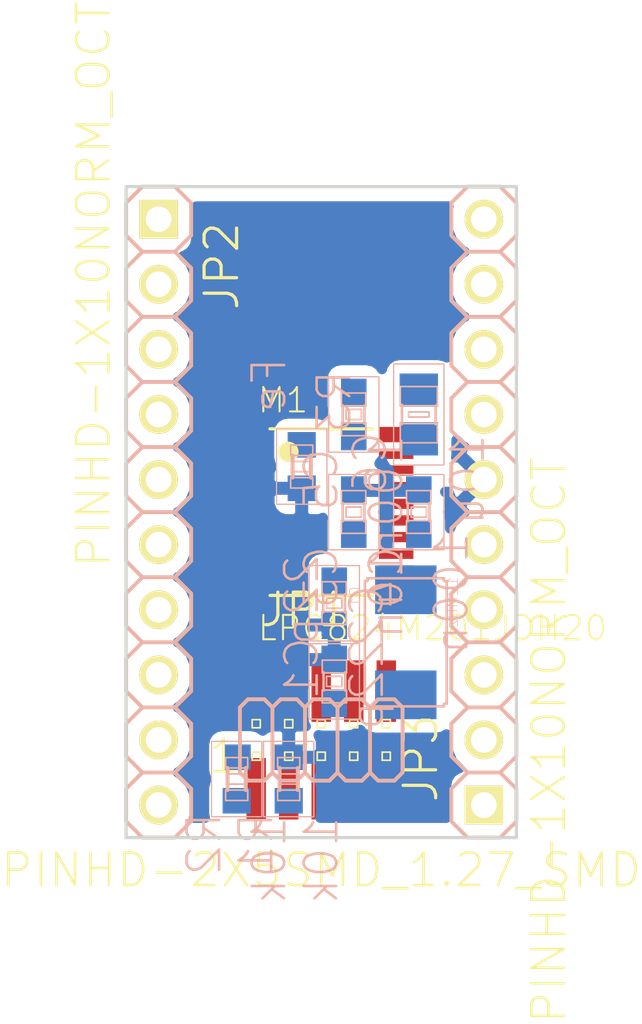
<source format=kicad_pcb>
(kicad_pcb (version 4) (host pcbnew 4.0.2+e4-6225~38~ubuntu16.04.1-stable)

  (general
    (links 47)
    (no_connects 43)
    (area 0 0 0 0)
    (thickness 1.6)
    (drawings 4)
    (tracks 0)
    (zones 0)
    (modules 14)
    (nets 24)
  )

  (page A4)
  (layers
    (0 F.Cu signal)
    (31 B.Cu signal)
    (32 B.Adhes user)
    (33 F.Adhes user)
    (34 B.Paste user)
    (35 F.Paste user)
    (36 B.SilkS user)
    (37 F.SilkS user)
    (38 B.Mask user)
    (39 F.Mask user)
    (40 Dwgs.User user)
    (41 Cmts.User user)
    (42 Eco1.User user)
    (43 Eco2.User user)
    (44 Edge.Cuts user)
    (45 Margin user)
    (46 B.CrtYd user)
    (47 F.CrtYd user)
    (48 B.Fab user)
    (49 F.Fab user)
  )

  (setup
    (last_trace_width 0.254)
    (user_trace_width 0.1524)
    (user_trace_width 0.2)
    (user_trace_width 0.25)
    (user_trace_width 0.3)
    (user_trace_width 0.4)
    (user_trace_width 0.5)
    (user_trace_width 0.6)
    (user_trace_width 0.8)
    (user_trace_width 1)
    (user_trace_width 1.2)
    (user_trace_width 1.5)
    (user_trace_width 2)
    (trace_clearance 0.254)
    (zone_clearance 0.508)
    (zone_45_only no)
    (trace_min 0.1524)
    (segment_width 0.127)
    (edge_width 0.127)
    (via_size 0.6858)
    (via_drill 0.3302)
    (via_min_size 0.6858)
    (via_min_drill 0.3302)
    (uvia_size 0.508)
    (uvia_drill 0.127)
    (uvias_allowed no)
    (uvia_min_size 0.508)
    (uvia_min_drill 0.127)
    (pcb_text_width 0.127)
    (pcb_text_size 0.6 0.6)
    (mod_edge_width 0.127)
    (mod_text_size 0.6 0.6)
    (mod_text_width 0.127)
    (pad_size 1.524 1.524)
    (pad_drill 0.762)
    (pad_to_mask_clearance 0.05)
    (pad_to_paste_clearance -0.04)
    (aux_axis_origin 0 0)
    (visible_elements FFFFFF7F)
    (pcbplotparams
      (layerselection 0x3ffff_80000001)
      (usegerberextensions true)
      (usegerberattributes true)
      (excludeedgelayer true)
      (linewidth 0.127000)
      (plotframeref false)
      (viasonmask false)
      (mode 1)
      (useauxorigin false)
      (hpglpennumber 1)
      (hpglpenspeed 20)
      (hpglpendiameter 15)
      (hpglpenoverlay 2)
      (psnegative false)
      (psa4output false)
      (plotreference true)
      (plotvalue true)
      (plotinvisibletext false)
      (padsonsilk false)
      (subtractmaskfromsilk false)
      (outputformat 1)
      (mirror false)
      (drillshape 0)
      (scaleselection 1)
      (outputdirectory CAM/))
  )

  (net 0 "")
  (net 1 PIO0_8)
  (net 2 VSS)
  (net 3 PIO0_9)
  (net 4 VDD)
  (net 5 VAA)
  (net 6 GNDA)
  (net 7 PIO0_2/SWDIO)
  (net 8 PIO0_3/SWCLK)
  (net 9 "Net-(JP1-Pad5)")
  (net 10 "Net-(JP1-Pad7)")
  (net 11 "Net-(JP1-Pad8)")
  (net 12 PIO0_5/reset)
  (net 13 PIO0_23)
  (net 14 PIO0_17)
  (net 15 PIO0_13)
  (net 16 PIO0_12)
  (net 17 PIO0_4)
  (net 18 PIO0_11)
  (net 19 PIO0_10)
  (net 20 PIO0_15)
  (net 21 PIO0_1)
  (net 22 PIO0_0)
  (net 23 PIO0_14)

  (net_class Default "Dit is de standaard class."
    (clearance 0.254)
    (trace_width 0.254)
    (via_dia 0.6858)
    (via_drill 0.3302)
    (uvia_dia 0.508)
    (uvia_drill 0.127)
    (add_net GNDA)
    (add_net "Net-(JP1-Pad5)")
    (add_net "Net-(JP1-Pad7)")
    (add_net "Net-(JP1-Pad8)")
    (add_net PIO0_0)
    (add_net PIO0_1)
    (add_net PIO0_10)
    (add_net PIO0_11)
    (add_net PIO0_12)
    (add_net PIO0_13)
    (add_net PIO0_14)
    (add_net PIO0_15)
    (add_net PIO0_17)
    (add_net PIO0_2/SWDIO)
    (add_net PIO0_23)
    (add_net PIO0_3/SWCLK)
    (add_net PIO0_4)
    (add_net PIO0_5/reset)
    (add_net PIO0_8)
    (add_net PIO0_9)
    (add_net VAA)
    (add_net VDD)
    (add_net VSS)
  )

  (net_class 0.2mm ""
    (clearance 0.2)
    (trace_width 0.2)
    (via_dia 0.6858)
    (via_drill 0.3302)
    (uvia_dia 0.508)
    (uvia_drill 0.127)
  )

  (net_class Minimal ""
    (clearance 0.1524)
    (trace_width 0.1524)
    (via_dia 0.6858)
    (via_drill 0.3302)
    (uvia_dia 0.508)
    (uvia_drill 0.127)
  )

  (module SquantorRcl:SquantorRCL-C0603 (layer B.Cu) (tedit 200000) (tstamp 574A2E6C)
    (at 136.398 82.296 270)
    (descr CAPACITOR)
    (tags CAPACITOR)
    (path /57462872)
    (attr smd)
    (fp_text reference C1 (at 2.54 1.27 270) (layer B.SilkS)
      (effects (font (size 1.27 1.27) (thickness 0.1016)) (justify mirror))
    )
    (fp_text value 22p (at 3.175 -1.27 270) (layer B.SilkS)
      (effects (font (size 1.27 1.27) (thickness 0.1016)) (justify mirror))
    )
    (fp_line (start -0.8382 -0.4699) (end -0.33782 -0.4699) (layer B.SilkS) (width 0.06604))
    (fp_line (start -0.33782 -0.4699) (end -0.33782 0.48006) (layer B.SilkS) (width 0.06604))
    (fp_line (start -0.8382 0.48006) (end -0.33782 0.48006) (layer B.SilkS) (width 0.06604))
    (fp_line (start -0.8382 -0.4699) (end -0.8382 0.48006) (layer B.SilkS) (width 0.06604))
    (fp_line (start 0.3302 -0.4699) (end 0.82804 -0.4699) (layer B.SilkS) (width 0.06604))
    (fp_line (start 0.82804 -0.4699) (end 0.82804 0.48006) (layer B.SilkS) (width 0.06604))
    (fp_line (start 0.3302 0.48006) (end 0.82804 0.48006) (layer B.SilkS) (width 0.06604))
    (fp_line (start 0.3302 -0.4699) (end 0.3302 0.48006) (layer B.SilkS) (width 0.06604))
    (fp_line (start -0.19812 -0.29972) (end 0.19812 -0.29972) (layer B.SilkS) (width 0.06604))
    (fp_line (start 0.19812 -0.29972) (end 0.19812 0.29972) (layer B.SilkS) (width 0.06604))
    (fp_line (start -0.19812 0.29972) (end 0.19812 0.29972) (layer B.SilkS) (width 0.06604))
    (fp_line (start -0.19812 -0.29972) (end -0.19812 0.29972) (layer B.SilkS) (width 0.06604))
    (fp_line (start -1.47066 0.98298) (end 1.47066 0.98298) (layer B.SilkS) (width 0.0508))
    (fp_line (start 1.47066 0.98298) (end 1.47066 -0.98298) (layer B.SilkS) (width 0.0508))
    (fp_line (start 1.47066 -0.98298) (end -1.47066 -0.98298) (layer B.SilkS) (width 0.0508))
    (fp_line (start -1.47066 -0.98298) (end -1.47066 0.98298) (layer B.SilkS) (width 0.0508))
    (fp_line (start -0.3556 0.4318) (end 0.3556 0.4318) (layer B.SilkS) (width 0.1016))
    (fp_line (start -0.3556 -0.41656) (end 0.3556 -0.41656) (layer B.SilkS) (width 0.1016))
    (pad 1 smd rect (at -0.84836 0 270) (size 1.09982 0.99822) (layers B.Cu B.Paste B.Mask)
      (net 1 PIO0_8))
    (pad 2 smd rect (at 0.84836 0 270) (size 1.09982 0.99822) (layers B.Cu B.Paste B.Mask)
      (net 2 VSS))
  )

  (module SquantorRcl:SquantorRCL-C0603 (layer B.Cu) (tedit 200000) (tstamp 574A2E84)
    (at 136.398 85.344 90)
    (descr CAPACITOR)
    (tags CAPACITOR)
    (path /574628D3)
    (attr smd)
    (fp_text reference C2 (at 2.54 1.27 90) (layer B.SilkS)
      (effects (font (size 1.27 1.27) (thickness 0.1016)) (justify mirror))
    )
    (fp_text value 22p (at 3.175 -1.27 90) (layer B.SilkS)
      (effects (font (size 1.27 1.27) (thickness 0.1016)) (justify mirror))
    )
    (fp_line (start -0.8382 -0.4699) (end -0.33782 -0.4699) (layer B.SilkS) (width 0.06604))
    (fp_line (start -0.33782 -0.4699) (end -0.33782 0.48006) (layer B.SilkS) (width 0.06604))
    (fp_line (start -0.8382 0.48006) (end -0.33782 0.48006) (layer B.SilkS) (width 0.06604))
    (fp_line (start -0.8382 -0.4699) (end -0.8382 0.48006) (layer B.SilkS) (width 0.06604))
    (fp_line (start 0.3302 -0.4699) (end 0.82804 -0.4699) (layer B.SilkS) (width 0.06604))
    (fp_line (start 0.82804 -0.4699) (end 0.82804 0.48006) (layer B.SilkS) (width 0.06604))
    (fp_line (start 0.3302 0.48006) (end 0.82804 0.48006) (layer B.SilkS) (width 0.06604))
    (fp_line (start 0.3302 -0.4699) (end 0.3302 0.48006) (layer B.SilkS) (width 0.06604))
    (fp_line (start -0.19812 -0.29972) (end 0.19812 -0.29972) (layer B.SilkS) (width 0.06604))
    (fp_line (start 0.19812 -0.29972) (end 0.19812 0.29972) (layer B.SilkS) (width 0.06604))
    (fp_line (start -0.19812 0.29972) (end 0.19812 0.29972) (layer B.SilkS) (width 0.06604))
    (fp_line (start -0.19812 -0.29972) (end -0.19812 0.29972) (layer B.SilkS) (width 0.06604))
    (fp_line (start -1.47066 0.98298) (end 1.47066 0.98298) (layer B.SilkS) (width 0.0508))
    (fp_line (start 1.47066 0.98298) (end 1.47066 -0.98298) (layer B.SilkS) (width 0.0508))
    (fp_line (start 1.47066 -0.98298) (end -1.47066 -0.98298) (layer B.SilkS) (width 0.0508))
    (fp_line (start -1.47066 -0.98298) (end -1.47066 0.98298) (layer B.SilkS) (width 0.0508))
    (fp_line (start -0.3556 0.4318) (end 0.3556 0.4318) (layer B.SilkS) (width 0.1016))
    (fp_line (start -0.3556 -0.41656) (end 0.3556 -0.41656) (layer B.SilkS) (width 0.1016))
    (pad 1 smd rect (at -0.84836 0 90) (size 1.09982 0.99822) (layers B.Cu B.Paste B.Mask)
      (net 3 PIO0_9))
    (pad 2 smd rect (at 0.84836 0 90) (size 1.09982 0.99822) (layers B.Cu B.Paste B.Mask)
      (net 2 VSS))
  )

  (module SquantorRcl:SquantorRCL-C0603 (layer B.Cu) (tedit 200000) (tstamp 574A2E9C)
    (at 137.16 78.74 270)
    (descr CAPACITOR)
    (tags CAPACITOR)
    (path /57462957)
    (attr smd)
    (fp_text reference C3 (at 2.54 1.27 270) (layer B.SilkS)
      (effects (font (size 1.27 1.27) (thickness 0.1016)) (justify mirror))
    )
    (fp_text value 10n (at 3.175 -1.27 270) (layer B.SilkS)
      (effects (font (size 1.27 1.27) (thickness 0.1016)) (justify mirror))
    )
    (fp_line (start -0.8382 -0.4699) (end -0.33782 -0.4699) (layer B.SilkS) (width 0.06604))
    (fp_line (start -0.33782 -0.4699) (end -0.33782 0.48006) (layer B.SilkS) (width 0.06604))
    (fp_line (start -0.8382 0.48006) (end -0.33782 0.48006) (layer B.SilkS) (width 0.06604))
    (fp_line (start -0.8382 -0.4699) (end -0.8382 0.48006) (layer B.SilkS) (width 0.06604))
    (fp_line (start 0.3302 -0.4699) (end 0.82804 -0.4699) (layer B.SilkS) (width 0.06604))
    (fp_line (start 0.82804 -0.4699) (end 0.82804 0.48006) (layer B.SilkS) (width 0.06604))
    (fp_line (start 0.3302 0.48006) (end 0.82804 0.48006) (layer B.SilkS) (width 0.06604))
    (fp_line (start 0.3302 -0.4699) (end 0.3302 0.48006) (layer B.SilkS) (width 0.06604))
    (fp_line (start -0.19812 -0.29972) (end 0.19812 -0.29972) (layer B.SilkS) (width 0.06604))
    (fp_line (start 0.19812 -0.29972) (end 0.19812 0.29972) (layer B.SilkS) (width 0.06604))
    (fp_line (start -0.19812 0.29972) (end 0.19812 0.29972) (layer B.SilkS) (width 0.06604))
    (fp_line (start -0.19812 -0.29972) (end -0.19812 0.29972) (layer B.SilkS) (width 0.06604))
    (fp_line (start -1.47066 0.98298) (end 1.47066 0.98298) (layer B.SilkS) (width 0.0508))
    (fp_line (start 1.47066 0.98298) (end 1.47066 -0.98298) (layer B.SilkS) (width 0.0508))
    (fp_line (start 1.47066 -0.98298) (end -1.47066 -0.98298) (layer B.SilkS) (width 0.0508))
    (fp_line (start -1.47066 -0.98298) (end -1.47066 0.98298) (layer B.SilkS) (width 0.0508))
    (fp_line (start -0.3556 0.4318) (end 0.3556 0.4318) (layer B.SilkS) (width 0.1016))
    (fp_line (start -0.3556 -0.41656) (end 0.3556 -0.41656) (layer B.SilkS) (width 0.1016))
    (pad 1 smd rect (at -0.84836 0 270) (size 1.09982 0.99822) (layers B.Cu B.Paste B.Mask)
      (net 2 VSS))
    (pad 2 smd rect (at 0.84836 0 270) (size 1.09982 0.99822) (layers B.Cu B.Paste B.Mask)
      (net 4 VDD))
  )

  (module SquantorRcl:SquantorRCL-C0603 (layer B.Cu) (tedit 200000) (tstamp 574A2EB4)
    (at 139.7 78.74 270)
    (descr CAPACITOR)
    (tags CAPACITOR)
    (path /57462994)
    (attr smd)
    (fp_text reference C4 (at 2.54 1.27 270) (layer B.SilkS)
      (effects (font (size 1.27 1.27) (thickness 0.1016)) (justify mirror))
    )
    (fp_text value 100n (at 3.175 -1.27 270) (layer B.SilkS)
      (effects (font (size 1.27 1.27) (thickness 0.1016)) (justify mirror))
    )
    (fp_line (start -0.8382 -0.4699) (end -0.33782 -0.4699) (layer B.SilkS) (width 0.06604))
    (fp_line (start -0.33782 -0.4699) (end -0.33782 0.48006) (layer B.SilkS) (width 0.06604))
    (fp_line (start -0.8382 0.48006) (end -0.33782 0.48006) (layer B.SilkS) (width 0.06604))
    (fp_line (start -0.8382 -0.4699) (end -0.8382 0.48006) (layer B.SilkS) (width 0.06604))
    (fp_line (start 0.3302 -0.4699) (end 0.82804 -0.4699) (layer B.SilkS) (width 0.06604))
    (fp_line (start 0.82804 -0.4699) (end 0.82804 0.48006) (layer B.SilkS) (width 0.06604))
    (fp_line (start 0.3302 0.48006) (end 0.82804 0.48006) (layer B.SilkS) (width 0.06604))
    (fp_line (start 0.3302 -0.4699) (end 0.3302 0.48006) (layer B.SilkS) (width 0.06604))
    (fp_line (start -0.19812 -0.29972) (end 0.19812 -0.29972) (layer B.SilkS) (width 0.06604))
    (fp_line (start 0.19812 -0.29972) (end 0.19812 0.29972) (layer B.SilkS) (width 0.06604))
    (fp_line (start -0.19812 0.29972) (end 0.19812 0.29972) (layer B.SilkS) (width 0.06604))
    (fp_line (start -0.19812 -0.29972) (end -0.19812 0.29972) (layer B.SilkS) (width 0.06604))
    (fp_line (start -1.47066 0.98298) (end 1.47066 0.98298) (layer B.SilkS) (width 0.0508))
    (fp_line (start 1.47066 0.98298) (end 1.47066 -0.98298) (layer B.SilkS) (width 0.0508))
    (fp_line (start 1.47066 -0.98298) (end -1.47066 -0.98298) (layer B.SilkS) (width 0.0508))
    (fp_line (start -1.47066 -0.98298) (end -1.47066 0.98298) (layer B.SilkS) (width 0.0508))
    (fp_line (start -0.3556 0.4318) (end 0.3556 0.4318) (layer B.SilkS) (width 0.1016))
    (fp_line (start -0.3556 -0.41656) (end 0.3556 -0.41656) (layer B.SilkS) (width 0.1016))
    (pad 1 smd rect (at -0.84836 0 270) (size 1.09982 0.99822) (layers B.Cu B.Paste B.Mask)
      (net 2 VSS))
    (pad 2 smd rect (at 0.84836 0 270) (size 1.09982 0.99822) (layers B.Cu B.Paste B.Mask)
      (net 4 VDD))
  )

  (module SquantorRcl:SquantorRCL-C0603 (layer B.Cu) (tedit 200000) (tstamp 574A2ECC)
    (at 137.16 74.93 270)
    (descr CAPACITOR)
    (tags CAPACITOR)
    (path /574629EA)
    (attr smd)
    (fp_text reference C5 (at 2.54 1.27 270) (layer B.SilkS)
      (effects (font (size 1.27 1.27) (thickness 0.1016)) (justify mirror))
    )
    (fp_text value 100n (at 3.175 -1.27 270) (layer B.SilkS)
      (effects (font (size 1.27 1.27) (thickness 0.1016)) (justify mirror))
    )
    (fp_line (start -0.8382 -0.4699) (end -0.33782 -0.4699) (layer B.SilkS) (width 0.06604))
    (fp_line (start -0.33782 -0.4699) (end -0.33782 0.48006) (layer B.SilkS) (width 0.06604))
    (fp_line (start -0.8382 0.48006) (end -0.33782 0.48006) (layer B.SilkS) (width 0.06604))
    (fp_line (start -0.8382 -0.4699) (end -0.8382 0.48006) (layer B.SilkS) (width 0.06604))
    (fp_line (start 0.3302 -0.4699) (end 0.82804 -0.4699) (layer B.SilkS) (width 0.06604))
    (fp_line (start 0.82804 -0.4699) (end 0.82804 0.48006) (layer B.SilkS) (width 0.06604))
    (fp_line (start 0.3302 0.48006) (end 0.82804 0.48006) (layer B.SilkS) (width 0.06604))
    (fp_line (start 0.3302 -0.4699) (end 0.3302 0.48006) (layer B.SilkS) (width 0.06604))
    (fp_line (start -0.19812 -0.29972) (end 0.19812 -0.29972) (layer B.SilkS) (width 0.06604))
    (fp_line (start 0.19812 -0.29972) (end 0.19812 0.29972) (layer B.SilkS) (width 0.06604))
    (fp_line (start -0.19812 0.29972) (end 0.19812 0.29972) (layer B.SilkS) (width 0.06604))
    (fp_line (start -0.19812 -0.29972) (end -0.19812 0.29972) (layer B.SilkS) (width 0.06604))
    (fp_line (start -1.47066 0.98298) (end 1.47066 0.98298) (layer B.SilkS) (width 0.0508))
    (fp_line (start 1.47066 0.98298) (end 1.47066 -0.98298) (layer B.SilkS) (width 0.0508))
    (fp_line (start 1.47066 -0.98298) (end -1.47066 -0.98298) (layer B.SilkS) (width 0.0508))
    (fp_line (start -1.47066 -0.98298) (end -1.47066 0.98298) (layer B.SilkS) (width 0.0508))
    (fp_line (start -0.3556 0.4318) (end 0.3556 0.4318) (layer B.SilkS) (width 0.1016))
    (fp_line (start -0.3556 -0.41656) (end 0.3556 -0.41656) (layer B.SilkS) (width 0.1016))
    (pad 1 smd rect (at -0.84836 0 270) (size 1.09982 0.99822) (layers B.Cu B.Paste B.Mask)
      (net 5 VAA))
    (pad 2 smd rect (at 0.84836 0 270) (size 1.09982 0.99822) (layers B.Cu B.Paste B.Mask)
      (net 6 GNDA))
  )

  (module SquantorRcl:SquantorRCL-C0805 (layer B.Cu) (tedit 200000) (tstamp 574A2EE4)
    (at 139.7 74.93 270)
    (descr CAPACITOR)
    (tags CAPACITOR)
    (path /57462A45)
    (attr smd)
    (fp_text reference C6 (at 1.905 1.905 270) (layer B.SilkS)
      (effects (font (size 1.27 1.27) (thickness 0.1016)) (justify mirror))
    )
    (fp_text value 10u (at 2.54 -1.905 270) (layer B.SilkS)
      (effects (font (size 1.27 1.27) (thickness 0.1016)) (justify mirror))
    )
    (fp_line (start -1.08966 -0.7239) (end -0.34036 -0.7239) (layer B.SilkS) (width 0.06604))
    (fp_line (start -0.34036 -0.7239) (end -0.34036 0.7239) (layer B.SilkS) (width 0.06604))
    (fp_line (start -1.08966 0.7239) (end -0.34036 0.7239) (layer B.SilkS) (width 0.06604))
    (fp_line (start -1.08966 -0.7239) (end -1.08966 0.7239) (layer B.SilkS) (width 0.06604))
    (fp_line (start 0.3556 -0.7239) (end 1.1049 -0.7239) (layer B.SilkS) (width 0.06604))
    (fp_line (start 1.1049 -0.7239) (end 1.1049 0.7239) (layer B.SilkS) (width 0.06604))
    (fp_line (start 0.3556 0.7239) (end 1.1049 0.7239) (layer B.SilkS) (width 0.06604))
    (fp_line (start 0.3556 -0.7239) (end 0.3556 0.7239) (layer B.SilkS) (width 0.06604))
    (fp_line (start -0.09906 -0.39878) (end 0.09906 -0.39878) (layer B.SilkS) (width 0.06604))
    (fp_line (start 0.09906 -0.39878) (end 0.09906 0.39878) (layer B.SilkS) (width 0.06604))
    (fp_line (start -0.09906 0.39878) (end 0.09906 0.39878) (layer B.SilkS) (width 0.06604))
    (fp_line (start -0.09906 -0.39878) (end -0.09906 0.39878) (layer B.SilkS) (width 0.06604))
    (fp_line (start -1.97104 0.98298) (end 1.97104 0.98298) (layer B.SilkS) (width 0.0508))
    (fp_line (start 1.97104 -0.98298) (end -1.97104 -0.98298) (layer B.SilkS) (width 0.0508))
    (fp_line (start -1.97104 -0.98298) (end -1.97104 0.98298) (layer B.SilkS) (width 0.0508))
    (fp_line (start -0.381 0.65786) (end 0.381 0.65786) (layer B.SilkS) (width 0.1016))
    (fp_line (start -0.3556 -0.65786) (end 0.381 -0.65786) (layer B.SilkS) (width 0.1016))
    (fp_line (start 1.97104 0.98298) (end 1.97104 -0.98298) (layer B.SilkS) (width 0.0508))
    (pad 1 smd rect (at -0.94996 0 270) (size 1.29794 1.4986) (layers B.Cu B.Paste B.Mask)
      (net 5 VAA))
    (pad 2 smd rect (at 0.94996 0 270) (size 1.29794 1.4986) (layers B.Cu B.Paste B.Mask)
      (net 6 GNDA))
  )

  (module SquantorConnectors:SquantorConnectors-2X05_1.27_SMD (layer F.Cu) (tedit 200000) (tstamp 574A2F3F)
    (at 135.89 87.63)
    (path /57463070)
    (attr smd)
    (fp_text reference JP1 (at -0.635 -5.08) (layer F.SilkS)
      (effects (font (size 1.27 1.27) (thickness 0.127)))
    )
    (fp_text value PINHD-2X5SMD_1.27_SMD (at 0 5.08) (layer F.SilkS)
      (effects (font (size 1.27 1.27) (thickness 0.1016)))
    )
    (fp_line (start -2.69748 0.79248) (end -2.37998 0.79248) (layer F.SilkS) (width 0.06604))
    (fp_line (start -2.37998 0.79248) (end -2.37998 0.47498) (layer F.SilkS) (width 0.06604))
    (fp_line (start -2.69748 0.47498) (end -2.37998 0.47498) (layer F.SilkS) (width 0.06604))
    (fp_line (start -2.69748 0.79248) (end -2.69748 0.47498) (layer F.SilkS) (width 0.06604))
    (fp_line (start -2.69748 -0.47498) (end -2.37998 -0.47498) (layer F.SilkS) (width 0.06604))
    (fp_line (start -2.37998 -0.47498) (end -2.37998 -0.79248) (layer F.SilkS) (width 0.06604))
    (fp_line (start -2.69748 -0.79248) (end -2.37998 -0.79248) (layer F.SilkS) (width 0.06604))
    (fp_line (start -2.69748 -0.47498) (end -2.69748 -0.79248) (layer F.SilkS) (width 0.06604))
    (fp_line (start -1.42748 -0.47498) (end -1.10998 -0.47498) (layer F.SilkS) (width 0.06604))
    (fp_line (start -1.10998 -0.47498) (end -1.10998 -0.79248) (layer F.SilkS) (width 0.06604))
    (fp_line (start -1.42748 -0.79248) (end -1.10998 -0.79248) (layer F.SilkS) (width 0.06604))
    (fp_line (start -1.42748 -0.47498) (end -1.42748 -0.79248) (layer F.SilkS) (width 0.06604))
    (fp_line (start -1.42748 0.79248) (end -1.10998 0.79248) (layer F.SilkS) (width 0.06604))
    (fp_line (start -1.10998 0.79248) (end -1.10998 0.47498) (layer F.SilkS) (width 0.06604))
    (fp_line (start -1.42748 0.47498) (end -1.10998 0.47498) (layer F.SilkS) (width 0.06604))
    (fp_line (start -1.42748 0.79248) (end -1.42748 0.47498) (layer F.SilkS) (width 0.06604))
    (fp_line (start -0.15748 -0.47498) (end 0.15748 -0.47498) (layer F.SilkS) (width 0.06604))
    (fp_line (start 0.15748 -0.47498) (end 0.15748 -0.79248) (layer F.SilkS) (width 0.06604))
    (fp_line (start -0.15748 -0.79248) (end 0.15748 -0.79248) (layer F.SilkS) (width 0.06604))
    (fp_line (start -0.15748 -0.47498) (end -0.15748 -0.79248) (layer F.SilkS) (width 0.06604))
    (fp_line (start -0.15748 0.79248) (end 0.15748 0.79248) (layer F.SilkS) (width 0.06604))
    (fp_line (start 0.15748 0.79248) (end 0.15748 0.47498) (layer F.SilkS) (width 0.06604))
    (fp_line (start -0.15748 0.47498) (end 0.15748 0.47498) (layer F.SilkS) (width 0.06604))
    (fp_line (start -0.15748 0.79248) (end -0.15748 0.47498) (layer F.SilkS) (width 0.06604))
    (fp_line (start 1.10998 -0.47498) (end 1.42748 -0.47498) (layer F.SilkS) (width 0.06604))
    (fp_line (start 1.42748 -0.47498) (end 1.42748 -0.79248) (layer F.SilkS) (width 0.06604))
    (fp_line (start 1.10998 -0.79248) (end 1.42748 -0.79248) (layer F.SilkS) (width 0.06604))
    (fp_line (start 1.10998 -0.47498) (end 1.10998 -0.79248) (layer F.SilkS) (width 0.06604))
    (fp_line (start 2.37998 -0.47498) (end 2.69748 -0.47498) (layer F.SilkS) (width 0.06604))
    (fp_line (start 2.69748 -0.47498) (end 2.69748 -0.79248) (layer F.SilkS) (width 0.06604))
    (fp_line (start 2.37998 -0.79248) (end 2.69748 -0.79248) (layer F.SilkS) (width 0.06604))
    (fp_line (start 2.37998 -0.47498) (end 2.37998 -0.79248) (layer F.SilkS) (width 0.06604))
    (fp_line (start 1.10998 0.79248) (end 1.42748 0.79248) (layer F.SilkS) (width 0.06604))
    (fp_line (start 1.42748 0.79248) (end 1.42748 0.47498) (layer F.SilkS) (width 0.06604))
    (fp_line (start 1.10998 0.47498) (end 1.42748 0.47498) (layer F.SilkS) (width 0.06604))
    (fp_line (start 1.10998 0.79248) (end 1.10998 0.47498) (layer F.SilkS) (width 0.06604))
    (fp_line (start 2.37998 0.79248) (end 2.69748 0.79248) (layer F.SilkS) (width 0.06604))
    (fp_line (start 2.69748 0.79248) (end 2.69748 0.47498) (layer F.SilkS) (width 0.06604))
    (fp_line (start 2.37998 0.47498) (end 2.69748 0.47498) (layer F.SilkS) (width 0.06604))
    (fp_line (start 2.37998 0.79248) (end 2.37998 0.47498) (layer F.SilkS) (width 0.06604))
    (fp_line (start -3.175 1.27) (end -2.8575 1.5875) (layer B.SilkS) (width 0.1524))
    (fp_line (start -2.8575 1.5875) (end -2.2225 1.5875) (layer B.SilkS) (width 0.1524))
    (fp_line (start -2.2225 1.5875) (end -1.905 1.27) (layer B.SilkS) (width 0.1524))
    (fp_line (start -1.905 1.27) (end -1.5875 1.5875) (layer B.SilkS) (width 0.1524))
    (fp_line (start -1.5875 1.5875) (end -0.9525 1.5875) (layer B.SilkS) (width 0.1524))
    (fp_line (start -0.9525 1.5875) (end -0.635 1.27) (layer B.SilkS) (width 0.1524))
    (fp_line (start -0.635 1.27) (end -0.3175 1.5875) (layer B.SilkS) (width 0.1524))
    (fp_line (start -0.3175 1.5875) (end 0.3175 1.5875) (layer B.SilkS) (width 0.1524))
    (fp_line (start 0.3175 1.5875) (end 0.635 1.27) (layer B.SilkS) (width 0.1524))
    (fp_line (start 0.635 1.27) (end 0.9525 1.5875) (layer B.SilkS) (width 0.1524))
    (fp_line (start 0.9525 1.5875) (end 1.5875 1.5875) (layer B.SilkS) (width 0.1524))
    (fp_line (start 1.5875 1.5875) (end 1.905 1.27) (layer B.SilkS) (width 0.1524))
    (fp_line (start 1.905 1.27) (end 2.2225 1.5875) (layer B.SilkS) (width 0.1524))
    (fp_line (start 2.2225 1.5875) (end 2.8575 1.5875) (layer B.SilkS) (width 0.1524))
    (fp_line (start 2.8575 1.5875) (end 3.175 1.27) (layer B.SilkS) (width 0.1524))
    (fp_line (start -3.175 1.27) (end -3.175 -1.27) (layer B.SilkS) (width 0.1524))
    (fp_line (start -3.175 -1.27) (end -2.8575 -1.5875) (layer B.SilkS) (width 0.1524))
    (fp_line (start -2.8575 -1.5875) (end -2.2225 -1.5875) (layer B.SilkS) (width 0.1524))
    (fp_line (start -2.2225 -1.5875) (end -1.905 -1.27) (layer B.SilkS) (width 0.1524))
    (fp_line (start -1.905 -1.27) (end -1.5875 -1.5875) (layer B.SilkS) (width 0.1524))
    (fp_line (start -1.5875 -1.5875) (end -0.9525 -1.5875) (layer B.SilkS) (width 0.1524))
    (fp_line (start -0.9525 -1.5875) (end -0.635 -1.27) (layer B.SilkS) (width 0.1524))
    (fp_line (start -0.635 -1.27) (end -0.3175 -1.5875) (layer B.SilkS) (width 0.1524))
    (fp_line (start -0.3175 -1.5875) (end 0.3175 -1.5875) (layer B.SilkS) (width 0.1524))
    (fp_line (start 0.3175 -1.5875) (end 0.635 -1.27) (layer B.SilkS) (width 0.1524))
    (fp_line (start 0.635 -1.27) (end 0.9525 -1.5875) (layer B.SilkS) (width 0.1524))
    (fp_line (start 0.9525 -1.5875) (end 1.5875 -1.5875) (layer B.SilkS) (width 0.1524))
    (fp_line (start 1.5875 -1.5875) (end 1.905 -1.27) (layer B.SilkS) (width 0.1524))
    (fp_line (start 1.905 -1.27) (end 2.2225 -1.5875) (layer B.SilkS) (width 0.1524))
    (fp_line (start 2.2225 -1.5875) (end 2.8575 -1.5875) (layer B.SilkS) (width 0.1524))
    (fp_line (start 2.8575 -1.5875) (end 3.175 -1.27) (layer B.SilkS) (width 0.1524))
    (fp_line (start -1.905 -1.27) (end -1.905 1.27) (layer B.SilkS) (width 0.1524))
    (fp_line (start -0.635 -1.27) (end -0.635 1.27) (layer B.SilkS) (width 0.1524))
    (fp_line (start 0.635 -1.27) (end 0.635 1.27) (layer B.SilkS) (width 0.1524))
    (fp_line (start 1.905 -1.27) (end 1.905 1.27) (layer B.SilkS) (width 0.1524))
    (fp_line (start 3.175 -1.27) (end 3.175 1.27) (layer B.SilkS) (width 0.1524))
    (fp_text user 1 (at -3.81 0.635) (layer F.SilkS)
      (effects (font (size 1.27 1.27) (thickness 0.1016)))
    )
    (pad 1 smd rect (at -2.54 1.905 90) (size 2.39776 0.75946) (layers F.Cu F.Paste F.Mask)
      (net 7 PIO0_2/SWDIO))
    (pad 2 smd rect (at -2.54 -1.905 90) (size 2.39776 0.75946) (layers F.Cu F.Paste F.Mask)
      (net 4 VDD))
    (pad 3 smd rect (at -1.27 1.905 90) (size 2.39776 0.75946) (layers F.Cu F.Paste F.Mask)
      (net 8 PIO0_3/SWCLK))
    (pad 4 smd rect (at -1.27 -1.905 90) (size 2.39776 0.75946) (layers F.Cu F.Paste F.Mask)
      (net 2 VSS))
    (pad 5 smd rect (at 0 1.905 90) (size 2.39776 0.75946) (layers F.Cu F.Paste F.Mask)
      (net 9 "Net-(JP1-Pad5)"))
    (pad 6 smd rect (at 0 -1.905 90) (size 2.39776 0.75946) (layers F.Cu F.Paste F.Mask)
      (net 2 VSS))
    (pad 7 smd rect (at 1.27 1.905 90) (size 2.39776 0.75946) (layers F.Cu F.Paste F.Mask)
      (net 10 "Net-(JP1-Pad7)"))
    (pad 8 smd rect (at 1.27 -1.905 90) (size 2.39776 0.75946) (layers F.Cu F.Paste F.Mask)
      (net 11 "Net-(JP1-Pad8)"))
    (pad 9 smd rect (at 2.54 1.905 90) (size 2.39776 0.75946) (layers F.Cu F.Paste F.Mask)
      (net 12 PIO0_5/reset))
    (pad 10 smd rect (at 2.54 -1.905 90) (size 2.39776 0.75946) (layers F.Cu F.Paste F.Mask)
      (net 2 VSS))
  )

  (module SquantorConnectors:SquantorConnectors-1X10_NORMAL_OCT (layer F.Cu) (tedit 200000) (tstamp 574A2FBC)
    (at 129.54 78.74 270)
    (path /57463FC1)
    (attr virtual)
    (fp_text reference JP2 (at -9.6012 -2.4638 270) (layer F.SilkS)
      (effects (font (size 1.27 1.27) (thickness 0.127)))
    )
    (fp_text value PINHD-1X10NORM_OCT (at -8.89 2.54 270) (layer F.SilkS)
      (effects (font (size 1.27 1.27) (thickness 0.1016)))
    )
    (fp_line (start 8.636 0.254) (end 9.144 0.254) (layer F.SilkS) (width 0.06604))
    (fp_line (start 9.144 0.254) (end 9.144 -0.254) (layer F.SilkS) (width 0.06604))
    (fp_line (start 8.636 -0.254) (end 9.144 -0.254) (layer F.SilkS) (width 0.06604))
    (fp_line (start 8.636 0.254) (end 8.636 -0.254) (layer F.SilkS) (width 0.06604))
    (fp_line (start 6.096 0.254) (end 6.604 0.254) (layer F.SilkS) (width 0.06604))
    (fp_line (start 6.604 0.254) (end 6.604 -0.254) (layer F.SilkS) (width 0.06604))
    (fp_line (start 6.096 -0.254) (end 6.604 -0.254) (layer F.SilkS) (width 0.06604))
    (fp_line (start 6.096 0.254) (end 6.096 -0.254) (layer F.SilkS) (width 0.06604))
    (fp_line (start 3.556 0.254) (end 4.064 0.254) (layer F.SilkS) (width 0.06604))
    (fp_line (start 4.064 0.254) (end 4.064 -0.254) (layer F.SilkS) (width 0.06604))
    (fp_line (start 3.556 -0.254) (end 4.064 -0.254) (layer F.SilkS) (width 0.06604))
    (fp_line (start 3.556 0.254) (end 3.556 -0.254) (layer F.SilkS) (width 0.06604))
    (fp_line (start 1.016 0.254) (end 1.524 0.254) (layer F.SilkS) (width 0.06604))
    (fp_line (start 1.524 0.254) (end 1.524 -0.254) (layer F.SilkS) (width 0.06604))
    (fp_line (start 1.016 -0.254) (end 1.524 -0.254) (layer F.SilkS) (width 0.06604))
    (fp_line (start 1.016 0.254) (end 1.016 -0.254) (layer F.SilkS) (width 0.06604))
    (fp_line (start -1.524 0.254) (end -1.016 0.254) (layer F.SilkS) (width 0.06604))
    (fp_line (start -1.016 0.254) (end -1.016 -0.254) (layer F.SilkS) (width 0.06604))
    (fp_line (start -1.524 -0.254) (end -1.016 -0.254) (layer F.SilkS) (width 0.06604))
    (fp_line (start -1.524 0.254) (end -1.524 -0.254) (layer F.SilkS) (width 0.06604))
    (fp_line (start -4.064 0.254) (end -3.556 0.254) (layer F.SilkS) (width 0.06604))
    (fp_line (start -3.556 0.254) (end -3.556 -0.254) (layer F.SilkS) (width 0.06604))
    (fp_line (start -4.064 -0.254) (end -3.556 -0.254) (layer F.SilkS) (width 0.06604))
    (fp_line (start -4.064 0.254) (end -4.064 -0.254) (layer F.SilkS) (width 0.06604))
    (fp_line (start -6.604 0.254) (end -6.096 0.254) (layer F.SilkS) (width 0.06604))
    (fp_line (start -6.096 0.254) (end -6.096 -0.254) (layer F.SilkS) (width 0.06604))
    (fp_line (start -6.604 -0.254) (end -6.096 -0.254) (layer F.SilkS) (width 0.06604))
    (fp_line (start -6.604 0.254) (end -6.604 -0.254) (layer F.SilkS) (width 0.06604))
    (fp_line (start -9.144 0.254) (end -8.636 0.254) (layer F.SilkS) (width 0.06604))
    (fp_line (start -8.636 0.254) (end -8.636 -0.254) (layer F.SilkS) (width 0.06604))
    (fp_line (start -9.144 -0.254) (end -8.636 -0.254) (layer F.SilkS) (width 0.06604))
    (fp_line (start -9.144 0.254) (end -9.144 -0.254) (layer F.SilkS) (width 0.06604))
    (fp_line (start -11.684 0.254) (end -11.176 0.254) (layer F.SilkS) (width 0.06604))
    (fp_line (start -11.176 0.254) (end -11.176 -0.254) (layer F.SilkS) (width 0.06604))
    (fp_line (start -11.684 -0.254) (end -11.176 -0.254) (layer F.SilkS) (width 0.06604))
    (fp_line (start -11.684 0.254) (end -11.684 -0.254) (layer F.SilkS) (width 0.06604))
    (fp_line (start 11.176 0.254) (end 11.684 0.254) (layer F.SilkS) (width 0.06604))
    (fp_line (start 11.684 0.254) (end 11.684 -0.254) (layer F.SilkS) (width 0.06604))
    (fp_line (start 11.176 -0.254) (end 11.684 -0.254) (layer F.SilkS) (width 0.06604))
    (fp_line (start 11.176 0.254) (end 11.176 -0.254) (layer F.SilkS) (width 0.06604))
    (fp_line (start 7.62 -0.635) (end 8.255 -1.27) (layer B.SilkS) (width 0.1524))
    (fp_line (start 8.255 -1.27) (end 9.525 -1.27) (layer B.SilkS) (width 0.1524))
    (fp_line (start 9.525 -1.27) (end 10.16 -0.635) (layer B.SilkS) (width 0.1524))
    (fp_line (start 10.16 -0.635) (end 10.16 0.635) (layer B.SilkS) (width 0.1524))
    (fp_line (start 10.16 0.635) (end 9.525 1.27) (layer B.SilkS) (width 0.1524))
    (fp_line (start 9.525 1.27) (end 8.255 1.27) (layer B.SilkS) (width 0.1524))
    (fp_line (start 8.255 1.27) (end 7.62 0.635) (layer B.SilkS) (width 0.1524))
    (fp_line (start 3.175 -1.27) (end 4.445 -1.27) (layer B.SilkS) (width 0.1524))
    (fp_line (start 4.445 -1.27) (end 5.08 -0.635) (layer B.SilkS) (width 0.1524))
    (fp_line (start 5.08 -0.635) (end 5.08 0.635) (layer B.SilkS) (width 0.1524))
    (fp_line (start 5.08 0.635) (end 4.445 1.27) (layer B.SilkS) (width 0.1524))
    (fp_line (start 5.08 -0.635) (end 5.715 -1.27) (layer B.SilkS) (width 0.1524))
    (fp_line (start 5.715 -1.27) (end 6.985 -1.27) (layer B.SilkS) (width 0.1524))
    (fp_line (start 6.985 -1.27) (end 7.62 -0.635) (layer B.SilkS) (width 0.1524))
    (fp_line (start 7.62 -0.635) (end 7.62 0.635) (layer B.SilkS) (width 0.1524))
    (fp_line (start 7.62 0.635) (end 6.985 1.27) (layer B.SilkS) (width 0.1524))
    (fp_line (start 6.985 1.27) (end 5.715 1.27) (layer B.SilkS) (width 0.1524))
    (fp_line (start 5.715 1.27) (end 5.08 0.635) (layer B.SilkS) (width 0.1524))
    (fp_line (start 0 -0.635) (end 0.635 -1.27) (layer B.SilkS) (width 0.1524))
    (fp_line (start 0.635 -1.27) (end 1.905 -1.27) (layer B.SilkS) (width 0.1524))
    (fp_line (start 1.905 -1.27) (end 2.54 -0.635) (layer B.SilkS) (width 0.1524))
    (fp_line (start 2.54 -0.635) (end 2.54 0.635) (layer B.SilkS) (width 0.1524))
    (fp_line (start 2.54 0.635) (end 1.905 1.27) (layer B.SilkS) (width 0.1524))
    (fp_line (start 1.905 1.27) (end 0.635 1.27) (layer B.SilkS) (width 0.1524))
    (fp_line (start 0.635 1.27) (end 0 0.635) (layer B.SilkS) (width 0.1524))
    (fp_line (start 3.175 -1.27) (end 2.54 -0.635) (layer B.SilkS) (width 0.1524))
    (fp_line (start 2.54 0.635) (end 3.175 1.27) (layer B.SilkS) (width 0.1524))
    (fp_line (start 4.445 1.27) (end 3.175 1.27) (layer B.SilkS) (width 0.1524))
    (fp_line (start -4.445 -1.27) (end -3.175 -1.27) (layer B.SilkS) (width 0.1524))
    (fp_line (start -3.175 -1.27) (end -2.54 -0.635) (layer B.SilkS) (width 0.1524))
    (fp_line (start -2.54 -0.635) (end -2.54 0.635) (layer B.SilkS) (width 0.1524))
    (fp_line (start -2.54 0.635) (end -3.175 1.27) (layer B.SilkS) (width 0.1524))
    (fp_line (start -2.54 -0.635) (end -1.905 -1.27) (layer B.SilkS) (width 0.1524))
    (fp_line (start -1.905 -1.27) (end -0.635 -1.27) (layer B.SilkS) (width 0.1524))
    (fp_line (start -0.635 -1.27) (end 0 -0.635) (layer B.SilkS) (width 0.1524))
    (fp_line (start 0 -0.635) (end 0 0.635) (layer B.SilkS) (width 0.1524))
    (fp_line (start 0 0.635) (end -0.635 1.27) (layer B.SilkS) (width 0.1524))
    (fp_line (start -0.635 1.27) (end -1.905 1.27) (layer B.SilkS) (width 0.1524))
    (fp_line (start -1.905 1.27) (end -2.54 0.635) (layer B.SilkS) (width 0.1524))
    (fp_line (start -7.62 -0.635) (end -6.985 -1.27) (layer B.SilkS) (width 0.1524))
    (fp_line (start -6.985 -1.27) (end -5.715 -1.27) (layer B.SilkS) (width 0.1524))
    (fp_line (start -5.715 -1.27) (end -5.08 -0.635) (layer B.SilkS) (width 0.1524))
    (fp_line (start -5.08 -0.635) (end -5.08 0.635) (layer B.SilkS) (width 0.1524))
    (fp_line (start -5.08 0.635) (end -5.715 1.27) (layer B.SilkS) (width 0.1524))
    (fp_line (start -5.715 1.27) (end -6.985 1.27) (layer B.SilkS) (width 0.1524))
    (fp_line (start -6.985 1.27) (end -7.62 0.635) (layer B.SilkS) (width 0.1524))
    (fp_line (start -4.445 -1.27) (end -5.08 -0.635) (layer B.SilkS) (width 0.1524))
    (fp_line (start -5.08 0.635) (end -4.445 1.27) (layer B.SilkS) (width 0.1524))
    (fp_line (start -3.175 1.27) (end -4.445 1.27) (layer B.SilkS) (width 0.1524))
    (fp_line (start -12.065 -1.27) (end -10.795 -1.27) (layer B.SilkS) (width 0.1524))
    (fp_line (start -10.795 -1.27) (end -10.16 -0.635) (layer B.SilkS) (width 0.1524))
    (fp_line (start -10.16 -0.635) (end -10.16 0.635) (layer B.SilkS) (width 0.1524))
    (fp_line (start -10.16 0.635) (end -10.795 1.27) (layer B.SilkS) (width 0.1524))
    (fp_line (start -10.16 -0.635) (end -9.525 -1.27) (layer B.SilkS) (width 0.1524))
    (fp_line (start -9.525 -1.27) (end -8.255 -1.27) (layer B.SilkS) (width 0.1524))
    (fp_line (start -8.255 -1.27) (end -7.62 -0.635) (layer B.SilkS) (width 0.1524))
    (fp_line (start -7.62 -0.635) (end -7.62 0.635) (layer B.SilkS) (width 0.1524))
    (fp_line (start -7.62 0.635) (end -8.255 1.27) (layer B.SilkS) (width 0.1524))
    (fp_line (start -8.255 1.27) (end -9.525 1.27) (layer B.SilkS) (width 0.1524))
    (fp_line (start -9.525 1.27) (end -10.16 0.635) (layer B.SilkS) (width 0.1524))
    (fp_line (start -12.7 -0.635) (end -12.7 0.635) (layer B.SilkS) (width 0.1524))
    (fp_line (start -12.065 -1.27) (end -12.7 -0.635) (layer B.SilkS) (width 0.1524))
    (fp_line (start -12.7 0.635) (end -12.065 1.27) (layer B.SilkS) (width 0.1524))
    (fp_line (start -10.795 1.27) (end -12.065 1.27) (layer B.SilkS) (width 0.1524))
    (fp_line (start 10.795 -1.27) (end 12.065 -1.27) (layer B.SilkS) (width 0.1524))
    (fp_line (start 12.065 -1.27) (end 12.7 -0.635) (layer B.SilkS) (width 0.1524))
    (fp_line (start 12.7 -0.635) (end 12.7 0.635) (layer B.SilkS) (width 0.1524))
    (fp_line (start 12.7 0.635) (end 12.065 1.27) (layer B.SilkS) (width 0.1524))
    (fp_line (start 10.795 -1.27) (end 10.16 -0.635) (layer B.SilkS) (width 0.1524))
    (fp_line (start 10.16 0.635) (end 10.795 1.27) (layer B.SilkS) (width 0.1524))
    (fp_line (start 12.065 1.27) (end 10.795 1.27) (layer B.SilkS) (width 0.1524))
    (pad 1 thru_hole rect (at -11.43 0 270) (size 1.50622 1.50622) (drill 0.99822) (layers *.Cu F.Paste F.SilkS F.Mask)
      (net 13 PIO0_23))
    (pad 2 thru_hole circle (at -8.89 0 270) (size 1.50622 3.01498) (drill 0.99822) (layers *.Cu F.Paste F.SilkS F.Mask)
      (net 14 PIO0_17))
    (pad 3 thru_hole circle (at -6.35 0 270) (size 1.50622 3.01498) (drill 0.99822) (layers *.Cu F.Paste F.SilkS F.Mask)
      (net 15 PIO0_13))
    (pad 4 thru_hole circle (at -3.81 0 270) (size 1.50622 3.01498) (drill 0.99822) (layers *.Cu F.Paste F.SilkS F.Mask)
      (net 16 PIO0_12))
    (pad 5 thru_hole circle (at -1.27 0 270) (size 1.50622 3.01498) (drill 0.99822) (layers *.Cu F.Paste F.SilkS F.Mask)
      (net 12 PIO0_5/reset))
    (pad 6 thru_hole circle (at 1.27 0 270) (size 1.50622 3.01498) (drill 0.99822) (layers *.Cu F.Paste F.SilkS F.Mask)
      (net 17 PIO0_4))
    (pad 7 thru_hole circle (at 3.81 0 270) (size 1.50622 3.01498) (drill 0.99822) (layers *.Cu F.Paste F.SilkS F.Mask)
      (net 8 PIO0_3/SWCLK))
    (pad 8 thru_hole circle (at 6.35 0 270) (size 1.50622 3.01498) (drill 0.99822) (layers *.Cu F.Paste F.SilkS F.Mask)
      (net 7 PIO0_2/SWDIO))
    (pad 9 thru_hole circle (at 8.89 0 270) (size 1.50622 3.01498) (drill 0.99822) (layers *.Cu F.Paste F.SilkS F.Mask)
      (net 18 PIO0_11))
    (pad 10 thru_hole circle (at 11.43 0 270) (size 1.50622 3.01498) (drill 0.99822) (layers *.Cu F.Paste F.SilkS F.Mask)
      (net 19 PIO0_10))
  )

  (module SquantorConnectors:SquantorConnectors-1X10_NORMAL_OCT (layer F.Cu) (tedit 200000) (tstamp 574A3039)
    (at 142.24 78.74 90)
    (path /5746413D)
    (attr virtual)
    (fp_text reference JP3 (at -9.6012 -2.4638 90) (layer F.SilkS)
      (effects (font (size 1.27 1.27) (thickness 0.127)))
    )
    (fp_text value PINHD-1X10NORM_OCT (at -8.89 2.54 90) (layer F.SilkS)
      (effects (font (size 1.27 1.27) (thickness 0.1016)))
    )
    (fp_line (start 8.636 0.254) (end 9.144 0.254) (layer F.SilkS) (width 0.06604))
    (fp_line (start 9.144 0.254) (end 9.144 -0.254) (layer F.SilkS) (width 0.06604))
    (fp_line (start 8.636 -0.254) (end 9.144 -0.254) (layer F.SilkS) (width 0.06604))
    (fp_line (start 8.636 0.254) (end 8.636 -0.254) (layer F.SilkS) (width 0.06604))
    (fp_line (start 6.096 0.254) (end 6.604 0.254) (layer F.SilkS) (width 0.06604))
    (fp_line (start 6.604 0.254) (end 6.604 -0.254) (layer F.SilkS) (width 0.06604))
    (fp_line (start 6.096 -0.254) (end 6.604 -0.254) (layer F.SilkS) (width 0.06604))
    (fp_line (start 6.096 0.254) (end 6.096 -0.254) (layer F.SilkS) (width 0.06604))
    (fp_line (start 3.556 0.254) (end 4.064 0.254) (layer F.SilkS) (width 0.06604))
    (fp_line (start 4.064 0.254) (end 4.064 -0.254) (layer F.SilkS) (width 0.06604))
    (fp_line (start 3.556 -0.254) (end 4.064 -0.254) (layer F.SilkS) (width 0.06604))
    (fp_line (start 3.556 0.254) (end 3.556 -0.254) (layer F.SilkS) (width 0.06604))
    (fp_line (start 1.016 0.254) (end 1.524 0.254) (layer F.SilkS) (width 0.06604))
    (fp_line (start 1.524 0.254) (end 1.524 -0.254) (layer F.SilkS) (width 0.06604))
    (fp_line (start 1.016 -0.254) (end 1.524 -0.254) (layer F.SilkS) (width 0.06604))
    (fp_line (start 1.016 0.254) (end 1.016 -0.254) (layer F.SilkS) (width 0.06604))
    (fp_line (start -1.524 0.254) (end -1.016 0.254) (layer F.SilkS) (width 0.06604))
    (fp_line (start -1.016 0.254) (end -1.016 -0.254) (layer F.SilkS) (width 0.06604))
    (fp_line (start -1.524 -0.254) (end -1.016 -0.254) (layer F.SilkS) (width 0.06604))
    (fp_line (start -1.524 0.254) (end -1.524 -0.254) (layer F.SilkS) (width 0.06604))
    (fp_line (start -4.064 0.254) (end -3.556 0.254) (layer F.SilkS) (width 0.06604))
    (fp_line (start -3.556 0.254) (end -3.556 -0.254) (layer F.SilkS) (width 0.06604))
    (fp_line (start -4.064 -0.254) (end -3.556 -0.254) (layer F.SilkS) (width 0.06604))
    (fp_line (start -4.064 0.254) (end -4.064 -0.254) (layer F.SilkS) (width 0.06604))
    (fp_line (start -6.604 0.254) (end -6.096 0.254) (layer F.SilkS) (width 0.06604))
    (fp_line (start -6.096 0.254) (end -6.096 -0.254) (layer F.SilkS) (width 0.06604))
    (fp_line (start -6.604 -0.254) (end -6.096 -0.254) (layer F.SilkS) (width 0.06604))
    (fp_line (start -6.604 0.254) (end -6.604 -0.254) (layer F.SilkS) (width 0.06604))
    (fp_line (start -9.144 0.254) (end -8.636 0.254) (layer F.SilkS) (width 0.06604))
    (fp_line (start -8.636 0.254) (end -8.636 -0.254) (layer F.SilkS) (width 0.06604))
    (fp_line (start -9.144 -0.254) (end -8.636 -0.254) (layer F.SilkS) (width 0.06604))
    (fp_line (start -9.144 0.254) (end -9.144 -0.254) (layer F.SilkS) (width 0.06604))
    (fp_line (start -11.684 0.254) (end -11.176 0.254) (layer F.SilkS) (width 0.06604))
    (fp_line (start -11.176 0.254) (end -11.176 -0.254) (layer F.SilkS) (width 0.06604))
    (fp_line (start -11.684 -0.254) (end -11.176 -0.254) (layer F.SilkS) (width 0.06604))
    (fp_line (start -11.684 0.254) (end -11.684 -0.254) (layer F.SilkS) (width 0.06604))
    (fp_line (start 11.176 0.254) (end 11.684 0.254) (layer F.SilkS) (width 0.06604))
    (fp_line (start 11.684 0.254) (end 11.684 -0.254) (layer F.SilkS) (width 0.06604))
    (fp_line (start 11.176 -0.254) (end 11.684 -0.254) (layer F.SilkS) (width 0.06604))
    (fp_line (start 11.176 0.254) (end 11.176 -0.254) (layer F.SilkS) (width 0.06604))
    (fp_line (start 7.62 -0.635) (end 8.255 -1.27) (layer B.SilkS) (width 0.1524))
    (fp_line (start 8.255 -1.27) (end 9.525 -1.27) (layer B.SilkS) (width 0.1524))
    (fp_line (start 9.525 -1.27) (end 10.16 -0.635) (layer B.SilkS) (width 0.1524))
    (fp_line (start 10.16 -0.635) (end 10.16 0.635) (layer B.SilkS) (width 0.1524))
    (fp_line (start 10.16 0.635) (end 9.525 1.27) (layer B.SilkS) (width 0.1524))
    (fp_line (start 9.525 1.27) (end 8.255 1.27) (layer B.SilkS) (width 0.1524))
    (fp_line (start 8.255 1.27) (end 7.62 0.635) (layer B.SilkS) (width 0.1524))
    (fp_line (start 3.175 -1.27) (end 4.445 -1.27) (layer B.SilkS) (width 0.1524))
    (fp_line (start 4.445 -1.27) (end 5.08 -0.635) (layer B.SilkS) (width 0.1524))
    (fp_line (start 5.08 -0.635) (end 5.08 0.635) (layer B.SilkS) (width 0.1524))
    (fp_line (start 5.08 0.635) (end 4.445 1.27) (layer B.SilkS) (width 0.1524))
    (fp_line (start 5.08 -0.635) (end 5.715 -1.27) (layer B.SilkS) (width 0.1524))
    (fp_line (start 5.715 -1.27) (end 6.985 -1.27) (layer B.SilkS) (width 0.1524))
    (fp_line (start 6.985 -1.27) (end 7.62 -0.635) (layer B.SilkS) (width 0.1524))
    (fp_line (start 7.62 -0.635) (end 7.62 0.635) (layer B.SilkS) (width 0.1524))
    (fp_line (start 7.62 0.635) (end 6.985 1.27) (layer B.SilkS) (width 0.1524))
    (fp_line (start 6.985 1.27) (end 5.715 1.27) (layer B.SilkS) (width 0.1524))
    (fp_line (start 5.715 1.27) (end 5.08 0.635) (layer B.SilkS) (width 0.1524))
    (fp_line (start 0 -0.635) (end 0.635 -1.27) (layer B.SilkS) (width 0.1524))
    (fp_line (start 0.635 -1.27) (end 1.905 -1.27) (layer B.SilkS) (width 0.1524))
    (fp_line (start 1.905 -1.27) (end 2.54 -0.635) (layer B.SilkS) (width 0.1524))
    (fp_line (start 2.54 -0.635) (end 2.54 0.635) (layer B.SilkS) (width 0.1524))
    (fp_line (start 2.54 0.635) (end 1.905 1.27) (layer B.SilkS) (width 0.1524))
    (fp_line (start 1.905 1.27) (end 0.635 1.27) (layer B.SilkS) (width 0.1524))
    (fp_line (start 0.635 1.27) (end 0 0.635) (layer B.SilkS) (width 0.1524))
    (fp_line (start 3.175 -1.27) (end 2.54 -0.635) (layer B.SilkS) (width 0.1524))
    (fp_line (start 2.54 0.635) (end 3.175 1.27) (layer B.SilkS) (width 0.1524))
    (fp_line (start 4.445 1.27) (end 3.175 1.27) (layer B.SilkS) (width 0.1524))
    (fp_line (start -4.445 -1.27) (end -3.175 -1.27) (layer B.SilkS) (width 0.1524))
    (fp_line (start -3.175 -1.27) (end -2.54 -0.635) (layer B.SilkS) (width 0.1524))
    (fp_line (start -2.54 -0.635) (end -2.54 0.635) (layer B.SilkS) (width 0.1524))
    (fp_line (start -2.54 0.635) (end -3.175 1.27) (layer B.SilkS) (width 0.1524))
    (fp_line (start -2.54 -0.635) (end -1.905 -1.27) (layer B.SilkS) (width 0.1524))
    (fp_line (start -1.905 -1.27) (end -0.635 -1.27) (layer B.SilkS) (width 0.1524))
    (fp_line (start -0.635 -1.27) (end 0 -0.635) (layer B.SilkS) (width 0.1524))
    (fp_line (start 0 -0.635) (end 0 0.635) (layer B.SilkS) (width 0.1524))
    (fp_line (start 0 0.635) (end -0.635 1.27) (layer B.SilkS) (width 0.1524))
    (fp_line (start -0.635 1.27) (end -1.905 1.27) (layer B.SilkS) (width 0.1524))
    (fp_line (start -1.905 1.27) (end -2.54 0.635) (layer B.SilkS) (width 0.1524))
    (fp_line (start -7.62 -0.635) (end -6.985 -1.27) (layer B.SilkS) (width 0.1524))
    (fp_line (start -6.985 -1.27) (end -5.715 -1.27) (layer B.SilkS) (width 0.1524))
    (fp_line (start -5.715 -1.27) (end -5.08 -0.635) (layer B.SilkS) (width 0.1524))
    (fp_line (start -5.08 -0.635) (end -5.08 0.635) (layer B.SilkS) (width 0.1524))
    (fp_line (start -5.08 0.635) (end -5.715 1.27) (layer B.SilkS) (width 0.1524))
    (fp_line (start -5.715 1.27) (end -6.985 1.27) (layer B.SilkS) (width 0.1524))
    (fp_line (start -6.985 1.27) (end -7.62 0.635) (layer B.SilkS) (width 0.1524))
    (fp_line (start -4.445 -1.27) (end -5.08 -0.635) (layer B.SilkS) (width 0.1524))
    (fp_line (start -5.08 0.635) (end -4.445 1.27) (layer B.SilkS) (width 0.1524))
    (fp_line (start -3.175 1.27) (end -4.445 1.27) (layer B.SilkS) (width 0.1524))
    (fp_line (start -12.065 -1.27) (end -10.795 -1.27) (layer B.SilkS) (width 0.1524))
    (fp_line (start -10.795 -1.27) (end -10.16 -0.635) (layer B.SilkS) (width 0.1524))
    (fp_line (start -10.16 -0.635) (end -10.16 0.635) (layer B.SilkS) (width 0.1524))
    (fp_line (start -10.16 0.635) (end -10.795 1.27) (layer B.SilkS) (width 0.1524))
    (fp_line (start -10.16 -0.635) (end -9.525 -1.27) (layer B.SilkS) (width 0.1524))
    (fp_line (start -9.525 -1.27) (end -8.255 -1.27) (layer B.SilkS) (width 0.1524))
    (fp_line (start -8.255 -1.27) (end -7.62 -0.635) (layer B.SilkS) (width 0.1524))
    (fp_line (start -7.62 -0.635) (end -7.62 0.635) (layer B.SilkS) (width 0.1524))
    (fp_line (start -7.62 0.635) (end -8.255 1.27) (layer B.SilkS) (width 0.1524))
    (fp_line (start -8.255 1.27) (end -9.525 1.27) (layer B.SilkS) (width 0.1524))
    (fp_line (start -9.525 1.27) (end -10.16 0.635) (layer B.SilkS) (width 0.1524))
    (fp_line (start -12.7 -0.635) (end -12.7 0.635) (layer B.SilkS) (width 0.1524))
    (fp_line (start -12.065 -1.27) (end -12.7 -0.635) (layer B.SilkS) (width 0.1524))
    (fp_line (start -12.7 0.635) (end -12.065 1.27) (layer B.SilkS) (width 0.1524))
    (fp_line (start -10.795 1.27) (end -12.065 1.27) (layer B.SilkS) (width 0.1524))
    (fp_line (start 10.795 -1.27) (end 12.065 -1.27) (layer B.SilkS) (width 0.1524))
    (fp_line (start 12.065 -1.27) (end 12.7 -0.635) (layer B.SilkS) (width 0.1524))
    (fp_line (start 12.7 -0.635) (end 12.7 0.635) (layer B.SilkS) (width 0.1524))
    (fp_line (start 12.7 0.635) (end 12.065 1.27) (layer B.SilkS) (width 0.1524))
    (fp_line (start 10.795 -1.27) (end 10.16 -0.635) (layer B.SilkS) (width 0.1524))
    (fp_line (start 10.16 0.635) (end 10.795 1.27) (layer B.SilkS) (width 0.1524))
    (fp_line (start 12.065 1.27) (end 10.795 1.27) (layer B.SilkS) (width 0.1524))
    (pad 1 thru_hole rect (at -11.43 0 90) (size 1.50622 1.50622) (drill 0.99822) (layers *.Cu F.Paste F.SilkS F.Mask)
      (net 20 PIO0_15))
    (pad 2 thru_hole circle (at -8.89 0 90) (size 1.50622 3.01498) (drill 0.99822) (layers *.Cu F.Paste F.SilkS F.Mask)
      (net 21 PIO0_1))
    (pad 3 thru_hole circle (at -6.35 0 90) (size 1.50622 3.01498) (drill 0.99822) (layers *.Cu F.Paste F.SilkS F.Mask)
      (net 3 PIO0_9))
    (pad 4 thru_hole circle (at -3.81 0 90) (size 1.50622 3.01498) (drill 0.99822) (layers *.Cu F.Paste F.SilkS F.Mask)
      (net 1 PIO0_8))
    (pad 5 thru_hole circle (at -1.27 0 90) (size 1.50622 3.01498) (drill 0.99822) (layers *.Cu F.Paste F.SilkS F.Mask)
      (net 4 VDD))
    (pad 6 thru_hole circle (at 1.27 0 90) (size 1.50622 3.01498) (drill 0.99822) (layers *.Cu F.Paste F.SilkS F.Mask)
      (net 2 VSS))
    (pad 7 thru_hole circle (at 3.81 0 90) (size 1.50622 3.01498) (drill 0.99822) (layers *.Cu F.Paste F.SilkS F.Mask)
      (net 6 GNDA))
    (pad 8 thru_hole circle (at 6.35 0 90) (size 1.50622 3.01498) (drill 0.99822) (layers *.Cu F.Paste F.SilkS F.Mask)
      (net 5 VAA))
    (pad 9 thru_hole circle (at 8.89 0 90) (size 1.50622 3.01498) (drill 0.99822) (layers *.Cu F.Paste F.SilkS F.Mask)
      (net 22 PIO0_0))
    (pad 10 thru_hole circle (at 11.43 0 90) (size 1.50622 3.01498) (drill 0.99822) (layers *.Cu F.Paste F.SilkS F.Mask)
      (net 23 PIO0_14))
  )

  (module SquantorNxp:SOT360 (layer F.Cu) (tedit 0) (tstamp 574A306C)
    (at 135.89 78.74 270)
    (descr "<li><b>SOT360</b><hr>\n<ul><li>TSSOP20: plastic thin shrink small outline package; 20 leads; body width 4.4 mm\n<li><u>JEDEC</u>: MO-153\n<li><u>IEC</u>: </ul>")
    (path /5745F716)
    (fp_text reference M1 (at -3.81 2.54 360) (layer F.SilkS)
      (effects (font (size 0.95 0.95) (thickness 0.08)) (justify left bottom))
    )
    (fp_text value LPC824M201JDH20 (at 5.08 2.54 360) (layer F.SilkS)
      (effects (font (size 0.95 0.95) (thickness 0.08)) (justify left bottom))
    )
    (fp_line (start -3.25 -2.2) (end 3.25 -2.2) (layer Dwgs.User) (width 0.127))
    (fp_line (start 3.25 -2.2) (end 3.25 2.2) (layer Dwgs.User) (width 0.127))
    (fp_line (start 3.25 2.2) (end -3.25 2.2) (layer Dwgs.User) (width 0.127))
    (fp_line (start -3.25 2.2) (end -3.25 -2.2) (layer Dwgs.User) (width 0.127))
    (fp_line (start -3.25 -2) (end -3.25 2) (layer F.SilkS) (width 0.127))
    (fp_line (start 3.25 -2) (end 3.25 2) (layer F.SilkS) (width 0.127))
    (fp_circle (center -2.35 1.285) (end -1.95 1.285) (layer F.SilkS) (width 0))
    (fp_poly (pts (xy 0.2 -2.2) (xy 0.45 -2.2) (xy 0.45 -3.2) (xy 0.2 -3.2)) (layer Dwgs.User) (width 0))
    (fp_poly (pts (xy -0.45 -2.2) (xy -0.2 -2.2) (xy -0.2 -3.2) (xy -0.45 -3.2)) (layer Dwgs.User) (width 0))
    (fp_poly (pts (xy -1.1 -2.2) (xy -0.85 -2.2) (xy -0.85 -3.2) (xy -1.1 -3.2)) (layer Dwgs.User) (width 0))
    (fp_poly (pts (xy -1.75 -2.2) (xy -1.5 -2.2) (xy -1.5 -3.2) (xy -1.75 -3.2)) (layer Dwgs.User) (width 0))
    (fp_poly (pts (xy -2.4 -2.2) (xy -2.15 -2.2) (xy -2.15 -3.2) (xy -2.4 -3.2)) (layer Dwgs.User) (width 0))
    (fp_poly (pts (xy -3.05 -2.2) (xy -2.8 -2.2) (xy -2.8 -3.2) (xy -3.05 -3.2)) (layer Dwgs.User) (width 0))
    (fp_poly (pts (xy 0.85 -2.2) (xy 1.1 -2.2) (xy 1.1 -3.2) (xy 0.85 -3.2)) (layer Dwgs.User) (width 0))
    (fp_poly (pts (xy 1.5 -2.2) (xy 1.75 -2.2) (xy 1.75 -3.2) (xy 1.5 -3.2)) (layer Dwgs.User) (width 0))
    (fp_poly (pts (xy 2.15 -2.2) (xy 2.4 -2.2) (xy 2.4 -3.2) (xy 2.15 -3.2)) (layer Dwgs.User) (width 0))
    (fp_poly (pts (xy 2.8 -2.2) (xy 3.05 -2.2) (xy 3.05 -3.2) (xy 2.8 -3.2)) (layer Dwgs.User) (width 0))
    (fp_poly (pts (xy -3.05 3.2) (xy -2.8 3.2) (xy -2.8 2.2) (xy -3.05 2.2)) (layer Dwgs.User) (width 0))
    (fp_poly (pts (xy -2.4 3.2) (xy -2.15 3.2) (xy -2.15 2.2) (xy -2.4 2.2)) (layer Dwgs.User) (width 0))
    (fp_poly (pts (xy -1.75 3.2) (xy -1.5 3.2) (xy -1.5 2.2) (xy -1.75 2.2)) (layer Dwgs.User) (width 0))
    (fp_poly (pts (xy -1.1 3.2) (xy -0.85 3.2) (xy -0.85 2.2) (xy -1.1 2.2)) (layer Dwgs.User) (width 0))
    (fp_poly (pts (xy -0.45 3.2) (xy -0.2 3.2) (xy -0.2 2.2) (xy -0.45 2.2)) (layer Dwgs.User) (width 0))
    (fp_poly (pts (xy 0.2 3.2) (xy 0.45 3.2) (xy 0.45 2.2) (xy 0.2 2.2)) (layer Dwgs.User) (width 0))
    (fp_poly (pts (xy 0.85 3.2) (xy 1.1 3.2) (xy 1.1 2.2) (xy 0.85 2.2)) (layer Dwgs.User) (width 0))
    (fp_poly (pts (xy 1.5 3.2) (xy 1.75 3.2) (xy 1.75 2.2) (xy 1.5 2.2)) (layer Dwgs.User) (width 0))
    (fp_poly (pts (xy 2.15 3.2) (xy 2.4 3.2) (xy 2.4 2.2) (xy 2.15 2.2)) (layer Dwgs.User) (width 0))
    (fp_poly (pts (xy 2.8 3.2) (xy 3.05 3.2) (xy 3.05 2.2) (xy 2.8 2.2)) (layer Dwgs.User) (width 0))
    (pad 15 smd rect (at 0.325 -2.925 270) (size 0.4 1.35) (layers F.Cu F.Paste F.Mask)
      (net 4 VDD))
    (pad 16 smd rect (at -0.325 -2.925 270) (size 0.4 1.35) (layers F.Cu F.Paste F.Mask)
      (net 2 VSS))
    (pad 17 smd rect (at -0.975 -2.925 270) (size 0.4 1.35) (layers F.Cu F.Paste F.Mask)
      (net 6 GNDA))
    (pad 18 smd rect (at -1.625 -2.925 270) (size 0.4 1.35) (layers F.Cu F.Paste F.Mask)
      (net 5 VAA))
    (pad 19 smd rect (at -2.275 -2.925 270) (size 0.4 1.35) (layers F.Cu F.Paste F.Mask)
      (net 22 PIO0_0))
    (pad 20 smd rect (at -3.025 -2.925 270) (size 0.6 1.35) (layers F.Cu F.Paste F.Mask)
      (net 23 PIO0_14))
    (pad 14 smd rect (at 0.975 -2.925 270) (size 0.4 1.35) (layers F.Cu F.Paste F.Mask)
      (net 1 PIO0_8))
    (pad 13 smd rect (at 1.625 -2.925 270) (size 0.4 1.35) (layers F.Cu F.Paste F.Mask)
      (net 3 PIO0_9))
    (pad 12 smd rect (at 2.275 -2.925 270) (size 0.4 1.35) (layers F.Cu F.Paste F.Mask)
      (net 21 PIO0_1))
    (pad 11 smd rect (at 3.025 -2.925 270) (size 0.6 1.35) (layers F.Cu F.Paste F.Mask)
      (net 20 PIO0_15))
    (pad 5 smd rect (at -0.325 2.925 270) (size 0.4 1.35) (layers F.Cu F.Paste F.Mask)
      (net 12 PIO0_5/reset))
    (pad 4 smd rect (at -0.975 2.925 270) (size 0.4 1.35) (layers F.Cu F.Paste F.Mask)
      (net 16 PIO0_12))
    (pad 3 smd rect (at -1.625 2.925 270) (size 0.4 1.35) (layers F.Cu F.Paste F.Mask)
      (net 15 PIO0_13))
    (pad 2 smd rect (at -2.275 2.925 270) (size 0.4 1.35) (layers F.Cu F.Paste F.Mask)
      (net 14 PIO0_17))
    (pad 1 smd rect (at -3.025 2.925 270) (size 0.6 1.35) (layers F.Cu F.Paste F.Mask)
      (net 13 PIO0_23))
    (pad 6 smd rect (at 0.325 2.925 270) (size 0.4 1.35) (layers F.Cu F.Paste F.Mask)
      (net 17 PIO0_4))
    (pad 7 smd rect (at 0.975 2.925 270) (size 0.4 1.35) (layers F.Cu F.Paste F.Mask)
      (net 8 PIO0_3/SWCLK))
    (pad 8 smd rect (at 1.625 2.925 270) (size 0.4 1.35) (layers F.Cu F.Paste F.Mask)
      (net 7 PIO0_2/SWDIO))
    (pad 9 smd rect (at 2.275 2.925 270) (size 0.4 1.35) (layers F.Cu F.Paste F.Mask)
      (net 18 PIO0_11))
    (pad 10 smd rect (at 3.025 2.925 270) (size 0.6 1.35) (layers F.Cu F.Paste F.Mask)
      (net 19 PIO0_10))
  )

  (module SquantorCrystal:SquantorCrystal-CRYSTAL_5.0X3.2 (layer B.Cu) (tedit 200000) (tstamp 574A307A)
    (at 139.192 83.82 270)
    (path /57462B84)
    (attr smd)
    (fp_text reference Q1 (at -1.778 1.9812 270) (layer B.SilkS)
      (effects (font (size 0.4064 0.4064) (thickness 0.0254)) (justify mirror))
    )
    (fp_text value 12MHz (at -1.5748 -1.8288 270) (layer B.SilkS)
      (effects (font (size 0.4064 0.4064) (thickness 0.0254)) (justify mirror))
    )
    (fp_line (start -2.49936 1.4986) (end -2.49936 -1.4986) (layer B.SilkS) (width 0.09906))
    (fp_line (start 2.49936 1.4986) (end 2.49936 -1.4986) (layer B.SilkS) (width 0.09906))
    (fp_line (start -2.39776 1.59766) (end 2.39776 1.59766) (layer B.SilkS) (width 0.09906))
    (fp_line (start -2.39776 -1.59766) (end 2.39776 -1.59766) (layer B.SilkS) (width 0.09906))
    (fp_arc (start -2.44856 1.5494) (end -2.39776 1.59766) (angle -180) (layer B.SilkS) (width 0.09906))
    (fp_arc (start 2.44856 1.5494) (end 2.49936 1.4986) (angle -180) (layer B.SilkS) (width 0.09906))
    (fp_arc (start -2.44856 -1.5494) (end -2.49936 -1.4986) (angle -180) (layer B.SilkS) (width 0.09906))
    (fp_arc (start 2.44856 -1.5494) (end 2.39776 -1.59766) (angle -180) (layer B.SilkS) (width 0.09906))
    (pad 1 smd rect (at -2.04978 0 270) (size 1.89992 2.39776) (layers B.Cu B.Paste B.Mask)
      (net 1 PIO0_8))
    (pad 2 smd rect (at 2.04978 0 270) (size 1.89992 2.39776) (layers B.Cu B.Paste B.Mask)
      (net 3 PIO0_9))
  )

  (module SquantorRcl:SquantorRCL-R0603 (layer B.Cu) (tedit 200000) (tstamp 574A3092)
    (at 134.62 89.154 270)
    (descr RESISTOR)
    (tags RESISTOR)
    (path /5746263F)
    (attr smd)
    (fp_text reference R1 (at 2.54 1.27 270) (layer B.SilkS)
      (effects (font (size 1.27 1.27) (thickness 0.1016)) (justify mirror))
    )
    (fp_text value 10k (at 3.175 -1.27 270) (layer B.SilkS)
      (effects (font (size 1.27 1.27) (thickness 0.1016)) (justify mirror))
    )
    (fp_line (start 0.4318 -0.4318) (end 0.8382 -0.4318) (layer B.SilkS) (width 0.06604))
    (fp_line (start 0.8382 -0.4318) (end 0.8382 0.4318) (layer B.SilkS) (width 0.06604))
    (fp_line (start 0.4318 0.4318) (end 0.8382 0.4318) (layer B.SilkS) (width 0.06604))
    (fp_line (start 0.4318 -0.4318) (end 0.4318 0.4318) (layer B.SilkS) (width 0.06604))
    (fp_line (start -0.8382 -0.4318) (end -0.4318 -0.4318) (layer B.SilkS) (width 0.06604))
    (fp_line (start -0.4318 -0.4318) (end -0.4318 0.4318) (layer B.SilkS) (width 0.06604))
    (fp_line (start -0.8382 0.4318) (end -0.4318 0.4318) (layer B.SilkS) (width 0.06604))
    (fp_line (start -0.8382 -0.4318) (end -0.8382 0.4318) (layer B.SilkS) (width 0.06604))
    (fp_line (start -0.19812 -0.39878) (end 0.19812 -0.39878) (layer B.SilkS) (width 0.06604))
    (fp_line (start 0.19812 -0.39878) (end 0.19812 0.39878) (layer B.SilkS) (width 0.06604))
    (fp_line (start -0.19812 0.39878) (end 0.19812 0.39878) (layer B.SilkS) (width 0.06604))
    (fp_line (start -0.19812 -0.39878) (end -0.19812 0.39878) (layer B.SilkS) (width 0.06604))
    (fp_line (start -0.4318 -0.3556) (end 0.4318 -0.3556) (layer B.SilkS) (width 0.1524))
    (fp_line (start 0.4318 0.3556) (end -0.4318 0.3556) (layer B.SilkS) (width 0.1524))
    (fp_line (start -1.47066 0.98298) (end 1.47066 0.98298) (layer B.SilkS) (width 0.0508))
    (fp_line (start 1.47066 0.98298) (end 1.47066 -0.98298) (layer B.SilkS) (width 0.0508))
    (fp_line (start 1.47066 -0.98298) (end -1.47066 -0.98298) (layer B.SilkS) (width 0.0508))
    (fp_line (start -1.47066 -0.98298) (end -1.47066 0.98298) (layer B.SilkS) (width 0.0508))
    (pad 1 smd rect (at -0.84836 0 270) (size 0.99822 1.09982) (layers B.Cu B.Paste B.Mask)
      (net 2 VSS))
    (pad 2 smd rect (at 0.84836 0 270) (size 0.99822 1.09982) (layers B.Cu B.Paste B.Mask)
      (net 8 PIO0_3/SWCLK))
  )

  (module SquantorRcl:SquantorRCL-R0603 (layer B.Cu) (tedit 200000) (tstamp 574A30AA)
    (at 132.588 89.154 270)
    (descr RESISTOR)
    (tags RESISTOR)
    (path /57462736)
    (attr smd)
    (fp_text reference R2 (at 2.54 1.27 270) (layer B.SilkS)
      (effects (font (size 1.27 1.27) (thickness 0.1016)) (justify mirror))
    )
    (fp_text value 10k (at 3.175 -1.27 270) (layer B.SilkS)
      (effects (font (size 1.27 1.27) (thickness 0.1016)) (justify mirror))
    )
    (fp_line (start 0.4318 -0.4318) (end 0.8382 -0.4318) (layer B.SilkS) (width 0.06604))
    (fp_line (start 0.8382 -0.4318) (end 0.8382 0.4318) (layer B.SilkS) (width 0.06604))
    (fp_line (start 0.4318 0.4318) (end 0.8382 0.4318) (layer B.SilkS) (width 0.06604))
    (fp_line (start 0.4318 -0.4318) (end 0.4318 0.4318) (layer B.SilkS) (width 0.06604))
    (fp_line (start -0.8382 -0.4318) (end -0.4318 -0.4318) (layer B.SilkS) (width 0.06604))
    (fp_line (start -0.4318 -0.4318) (end -0.4318 0.4318) (layer B.SilkS) (width 0.06604))
    (fp_line (start -0.8382 0.4318) (end -0.4318 0.4318) (layer B.SilkS) (width 0.06604))
    (fp_line (start -0.8382 -0.4318) (end -0.8382 0.4318) (layer B.SilkS) (width 0.06604))
    (fp_line (start -0.19812 -0.39878) (end 0.19812 -0.39878) (layer B.SilkS) (width 0.06604))
    (fp_line (start 0.19812 -0.39878) (end 0.19812 0.39878) (layer B.SilkS) (width 0.06604))
    (fp_line (start -0.19812 0.39878) (end 0.19812 0.39878) (layer B.SilkS) (width 0.06604))
    (fp_line (start -0.19812 -0.39878) (end -0.19812 0.39878) (layer B.SilkS) (width 0.06604))
    (fp_line (start -0.4318 -0.3556) (end 0.4318 -0.3556) (layer B.SilkS) (width 0.1524))
    (fp_line (start 0.4318 0.3556) (end -0.4318 0.3556) (layer B.SilkS) (width 0.1524))
    (fp_line (start -1.47066 0.98298) (end 1.47066 0.98298) (layer B.SilkS) (width 0.0508))
    (fp_line (start 1.47066 0.98298) (end 1.47066 -0.98298) (layer B.SilkS) (width 0.0508))
    (fp_line (start 1.47066 -0.98298) (end -1.47066 -0.98298) (layer B.SilkS) (width 0.0508))
    (fp_line (start -1.47066 -0.98298) (end -1.47066 0.98298) (layer B.SilkS) (width 0.0508))
    (pad 1 smd rect (at -0.84836 0 270) (size 0.99822 1.09982) (layers B.Cu B.Paste B.Mask)
      (net 4 VDD))
    (pad 2 smd rect (at 0.84836 0 270) (size 0.99822 1.09982) (layers B.Cu B.Paste B.Mask)
      (net 7 PIO0_2/SWDIO))
  )

  (module SquantorRcl:SquantorRCL-R0603 (layer B.Cu) (tedit 200000) (tstamp 574A30C2)
    (at 135.128 76.962 90)
    (descr RESISTOR)
    (tags RESISTOR)
    (path /57463C6D)
    (attr smd)
    (fp_text reference R3 (at 2.54 1.27 90) (layer B.SilkS)
      (effects (font (size 1.27 1.27) (thickness 0.1016)) (justify mirror))
    )
    (fp_text value Fe (at 3.175 -1.27 90) (layer B.SilkS)
      (effects (font (size 1.27 1.27) (thickness 0.1016)) (justify mirror))
    )
    (fp_line (start 0.4318 -0.4318) (end 0.8382 -0.4318) (layer B.SilkS) (width 0.06604))
    (fp_line (start 0.8382 -0.4318) (end 0.8382 0.4318) (layer B.SilkS) (width 0.06604))
    (fp_line (start 0.4318 0.4318) (end 0.8382 0.4318) (layer B.SilkS) (width 0.06604))
    (fp_line (start 0.4318 -0.4318) (end 0.4318 0.4318) (layer B.SilkS) (width 0.06604))
    (fp_line (start -0.8382 -0.4318) (end -0.4318 -0.4318) (layer B.SilkS) (width 0.06604))
    (fp_line (start -0.4318 -0.4318) (end -0.4318 0.4318) (layer B.SilkS) (width 0.06604))
    (fp_line (start -0.8382 0.4318) (end -0.4318 0.4318) (layer B.SilkS) (width 0.06604))
    (fp_line (start -0.8382 -0.4318) (end -0.8382 0.4318) (layer B.SilkS) (width 0.06604))
    (fp_line (start -0.19812 -0.39878) (end 0.19812 -0.39878) (layer B.SilkS) (width 0.06604))
    (fp_line (start 0.19812 -0.39878) (end 0.19812 0.39878) (layer B.SilkS) (width 0.06604))
    (fp_line (start -0.19812 0.39878) (end 0.19812 0.39878) (layer B.SilkS) (width 0.06604))
    (fp_line (start -0.19812 -0.39878) (end -0.19812 0.39878) (layer B.SilkS) (width 0.06604))
    (fp_line (start -0.4318 -0.3556) (end 0.4318 -0.3556) (layer B.SilkS) (width 0.1524))
    (fp_line (start 0.4318 0.3556) (end -0.4318 0.3556) (layer B.SilkS) (width 0.1524))
    (fp_line (start -1.47066 0.98298) (end 1.47066 0.98298) (layer B.SilkS) (width 0.0508))
    (fp_line (start 1.47066 0.98298) (end 1.47066 -0.98298) (layer B.SilkS) (width 0.0508))
    (fp_line (start 1.47066 -0.98298) (end -1.47066 -0.98298) (layer B.SilkS) (width 0.0508))
    (fp_line (start -1.47066 -0.98298) (end -1.47066 0.98298) (layer B.SilkS) (width 0.0508))
    (pad 1 smd rect (at -0.84836 0 90) (size 0.99822 1.09982) (layers B.Cu B.Paste B.Mask)
      (net 2 VSS))
    (pad 2 smd rect (at 0.84836 0 90) (size 0.99822 1.09982) (layers B.Cu B.Paste B.Mask)
      (net 6 GNDA))
  )

  (gr_line (start 128.27 91.44) (end 128.27 66.04) (angle 90) (layer Edge.Cuts) (width 0.127))
  (gr_line (start 143.51 91.44) (end 128.27 91.44) (angle 90) (layer Edge.Cuts) (width 0.127))
  (gr_line (start 143.51 66.04) (end 143.51 91.44) (angle 90) (layer Edge.Cuts) (width 0.127))
  (gr_line (start 128.27 66.04) (end 143.51 66.04) (angle 90) (layer Edge.Cuts) (width 0.127))

  (zone (net 2) (net_name VSS) (layer B.Cu) (tstamp 574A3BB3) (hatch edge 0.508)
    (connect_pads (clearance 0.508))
    (min_thickness 0.4)
    (fill yes (arc_segments 16) (thermal_gap 0.508) (thermal_bridge_width 0.508))
    (polygon
      (pts
        (xy 143.51 91.44) (xy 128.27 91.44) (xy 128.27 66.04) (xy 143.51 66.04) (xy 143.51 91.44)
      )
    )
    (filled_polygon
      (pts
        (xy 140.779144 67.018092) (xy 140.778637 67.599358) (xy 141.000609 68.136571) (xy 141.411267 68.547947) (xy 141.487985 68.579803)
        (xy 141.413429 68.610609) (xy 141.002053 69.021267) (xy 140.779144 69.558092) (xy 140.778637 70.139358) (xy 141.000609 70.676571)
        (xy 141.411267 71.087947) (xy 141.487985 71.119803) (xy 141.413429 71.150609) (xy 141.002053 71.561267) (xy 140.779144 72.098092)
        (xy 140.778637 72.679358) (xy 140.790063 72.707011) (xy 140.730148 72.666073) (xy 140.4493 72.6092) (xy 138.9507 72.6092)
        (xy 138.688331 72.658568) (xy 138.447361 72.813628) (xy 138.285703 73.050222) (xy 138.262938 73.162639) (xy 138.176552 73.028391)
        (xy 137.939958 72.866733) (xy 137.65911 72.80986) (xy 136.66089 72.80986) (xy 136.398521 72.859228) (xy 136.157551 73.014288)
        (xy 135.995893 73.250882) (xy 135.93902 73.53173) (xy 135.93902 74.63155) (xy 135.988388 74.893919) (xy 136.009818 74.927222)
        (xy 135.995893 74.947602) (xy 135.991036 74.971588) (xy 135.958758 74.949533) (xy 135.67791 74.89266) (xy 134.57809 74.89266)
        (xy 134.315721 74.942028) (xy 134.074751 75.097088) (xy 133.913093 75.333682) (xy 133.85622 75.61453) (xy 133.85622 76.61275)
        (xy 133.905588 76.875119) (xy 133.958408 76.957203) (xy 133.87009 77.17042) (xy 133.87009 77.57936) (xy 134.04709 77.75636)
        (xy 135.074 77.75636) (xy 135.074 77.73636) (xy 135.182 77.73636) (xy 135.182 77.75636) (xy 135.202 77.75636)
        (xy 135.202 77.86436) (xy 135.182 77.86436) (xy 135.182 78.84047) (xy 135.359 79.01747) (xy 135.81874 79.01747)
        (xy 135.95467 78.961166) (xy 135.93902 79.03845) (xy 135.93902 80.13827) (xy 135.946093 80.17586) (xy 135.89889 80.17586)
        (xy 135.636521 80.225228) (xy 135.395551 80.380288) (xy 135.233893 80.616882) (xy 135.17702 80.89773) (xy 135.17702 81.99755)
        (xy 135.226388 82.259919) (xy 135.253604 82.302214) (xy 135.19089 82.45362) (xy 135.19089 82.91336) (xy 135.36789 83.09036)
        (xy 136.344 83.09036) (xy 136.344 83.07036) (xy 136.452 83.07036) (xy 136.452 83.09036) (xy 136.472 83.09036)
        (xy 136.472 83.19836) (xy 136.452 83.19836) (xy 136.452 84.44164) (xy 136.472 84.44164) (xy 136.472 84.54964)
        (xy 136.452 84.54964) (xy 136.452 84.56964) (xy 136.344 84.56964) (xy 136.344 84.54964) (xy 135.36789 84.54964)
        (xy 135.19089 84.72664) (xy 135.19089 85.18638) (xy 135.252307 85.334653) (xy 135.233893 85.361602) (xy 135.17702 85.64245)
        (xy 135.17702 86.74227) (xy 135.226388 87.004639) (xy 135.286805 87.09853) (xy 134.851 87.09853) (xy 134.674 87.27553)
        (xy 134.674 88.25164) (xy 135.70091 88.25164) (xy 135.87791 88.07464) (xy 135.87791 87.6657) (xy 135.784856 87.441048)
        (xy 135.89889 87.46414) (xy 136.89711 87.46414) (xy 137.159479 87.414772) (xy 137.400449 87.259712) (xy 137.418192 87.233744)
        (xy 137.475678 87.323079) (xy 137.712272 87.484737) (xy 137.99312 87.54161) (xy 140.39088 87.54161) (xy 140.653249 87.492242)
        (xy 140.77908 87.411272) (xy 140.778637 87.919358) (xy 141.000609 88.456571) (xy 141.277898 88.734345) (xy 141.224521 88.744388)
        (xy 140.983551 88.899448) (xy 140.821893 89.136042) (xy 140.76502 89.41689) (xy 140.76502 90.6685) (xy 135.857956 90.6685)
        (xy 135.89178 90.50147) (xy 135.89178 89.50325) (xy 135.842412 89.240881) (xy 135.789592 89.158797) (xy 135.87791 88.94558)
        (xy 135.87791 88.53664) (xy 135.70091 88.35964) (xy 134.674 88.35964) (xy 134.674 88.37964) (xy 134.566 88.37964)
        (xy 134.566 88.35964) (xy 134.546 88.35964) (xy 134.546 88.25164) (xy 134.566 88.25164) (xy 134.566 87.27553)
        (xy 134.389 87.09853) (xy 133.92926 87.09853) (xy 133.66904 87.206317) (xy 133.605933 87.269424) (xy 133.418758 87.141533)
        (xy 133.13791 87.08466) (xy 132.03809 87.08466) (xy 131.775721 87.134028) (xy 131.534751 87.289088) (xy 131.373093 87.525682)
        (xy 131.31622 87.80653) (xy 131.31622 88.80475) (xy 131.365588 89.067119) (xy 131.420687 89.152746) (xy 131.373093 89.222402)
        (xy 131.31622 89.50325) (xy 131.31622 90.50147) (xy 131.347649 90.6685) (xy 130.915072 90.6685) (xy 131.000856 90.461908)
        (xy 131.001363 89.880642) (xy 130.779391 89.343429) (xy 130.368733 88.932053) (xy 130.292015 88.900197) (xy 130.366571 88.869391)
        (xy 130.777947 88.458733) (xy 131.000856 87.921908) (xy 131.001363 87.340642) (xy 130.779391 86.803429) (xy 130.368733 86.392053)
        (xy 130.292015 86.360197) (xy 130.366571 86.329391) (xy 130.777947 85.918733) (xy 131.000856 85.381908) (xy 131.001363 84.800642)
        (xy 130.779391 84.263429) (xy 130.368733 83.852053) (xy 130.292015 83.820197) (xy 130.366571 83.789391) (xy 130.777947 83.378733)
        (xy 130.779347 83.37536) (xy 135.19089 83.37536) (xy 135.19089 84.26464) (xy 135.36789 84.44164) (xy 136.344 84.44164)
        (xy 136.344 83.19836) (xy 135.36789 83.19836) (xy 135.19089 83.37536) (xy 130.779347 83.37536) (xy 131.000856 82.841908)
        (xy 131.001363 82.260642) (xy 130.779391 81.723429) (xy 130.368733 81.312053) (xy 130.292015 81.280197) (xy 130.366571 81.249391)
        (xy 130.777947 80.838733) (xy 131.000856 80.301908) (xy 131.001363 79.720642) (xy 130.779391 79.183429) (xy 130.368733 78.772053)
        (xy 130.292015 78.740197) (xy 130.366571 78.709391) (xy 130.777947 78.298733) (xy 130.884817 78.04136) (xy 133.87009 78.04136)
        (xy 133.87009 78.4503) (xy 133.977877 78.71052) (xy 134.17704 78.909683) (xy 134.43726 79.01747) (xy 134.897 79.01747)
        (xy 135.074 78.84047) (xy 135.074 77.86436) (xy 134.04709 77.86436) (xy 133.87009 78.04136) (xy 130.884817 78.04136)
        (xy 131.000856 77.761908) (xy 131.001363 77.180642) (xy 130.779391 76.643429) (xy 130.368733 76.232053) (xy 130.292015 76.200197)
        (xy 130.366571 76.169391) (xy 130.777947 75.758733) (xy 131.000856 75.221908) (xy 131.001363 74.640642) (xy 130.779391 74.103429)
        (xy 130.368733 73.692053) (xy 130.292015 73.660197) (xy 130.366571 73.629391) (xy 130.777947 73.218733) (xy 131.000856 72.681908)
        (xy 131.001363 72.100642) (xy 130.779391 71.563429) (xy 130.368733 71.152053) (xy 130.292015 71.120197) (xy 130.366571 71.089391)
        (xy 130.777947 70.678733) (xy 131.000856 70.141908) (xy 131.001363 69.560642) (xy 130.779391 69.023429) (xy 130.502102 68.745655)
        (xy 130.555479 68.735612) (xy 130.796449 68.580552) (xy 130.958107 68.343958) (xy 131.01498 68.06311) (xy 131.01498 66.8115)
        (xy 140.864928 66.8115)
      )
    )
    (filled_polygon
      (pts
        (xy 138.278198 76.791299) (xy 138.433258 77.032269) (xy 138.534177 77.101224) (xy 138.49289 77.2009) (xy 138.49289 77.66064)
        (xy 138.66989 77.83764) (xy 139.646 77.83764) (xy 139.646 77.81764) (xy 139.754 77.81764) (xy 139.754 77.83764)
        (xy 139.774 77.83764) (xy 139.774 77.94564) (xy 139.754 77.94564) (xy 139.754 77.96564) (xy 139.646 77.96564)
        (xy 139.646 77.94564) (xy 138.66989 77.94564) (xy 138.49289 78.12264) (xy 138.49289 78.58238) (xy 138.554307 78.730653)
        (xy 138.535893 78.757602) (xy 138.47902 79.03845) (xy 138.47902 80.09839) (xy 138.38098 80.09839) (xy 138.38098 79.03845)
        (xy 138.331612 78.776081) (xy 138.304396 78.733786) (xy 138.36711 78.58238) (xy 138.36711 78.12264) (xy 138.19011 77.94564)
        (xy 137.214 77.94564) (xy 137.214 77.96564) (xy 137.106 77.96564) (xy 137.106 77.94564) (xy 137.086 77.94564)
        (xy 137.086 77.83764) (xy 137.106 77.83764) (xy 137.106 77.81764) (xy 137.214 77.81764) (xy 137.214 77.83764)
        (xy 138.19011 77.83764) (xy 138.36711 77.66064) (xy 138.36711 77.2009) (xy 138.259323 76.94068) (xy 138.163223 76.84458)
        (xy 138.261233 76.701137)
      )
    )
    (filled_polygon
      (pts
        (xy 141.411267 76.167947) (xy 141.487392 76.199557) (xy 141.416085 76.228842) (xy 141.408618 76.233831) (xy 141.350726 76.504358)
        (xy 142.24 77.393632) (xy 142.254142 77.37949) (xy 142.33051 77.455858) (xy 142.316368 77.47) (xy 142.33051 77.484142)
        (xy 142.254142 77.56051) (xy 142.24 77.546368) (xy 141.350726 78.435642) (xy 141.408618 78.706169) (xy 141.488561 78.739565)
        (xy 141.413429 78.770609) (xy 141.002053 79.181267) (xy 140.92098 79.376513) (xy 140.92098 79.03845) (xy 140.871612 78.776081)
        (xy 140.844396 78.733786) (xy 140.90711 78.58238) (xy 140.90711 78.12264) (xy 140.730112 77.945642) (xy 140.855811 77.945642)
        (xy 140.998842 78.293915) (xy 141.003831 78.301382) (xy 141.274358 78.359274) (xy 142.163632 77.47) (xy 141.274358 76.580726)
        (xy 141.155532 76.606154) (xy 141.17117 76.52893) (xy 141.17117 75.92743)
      )
    )
  )
)

</source>
